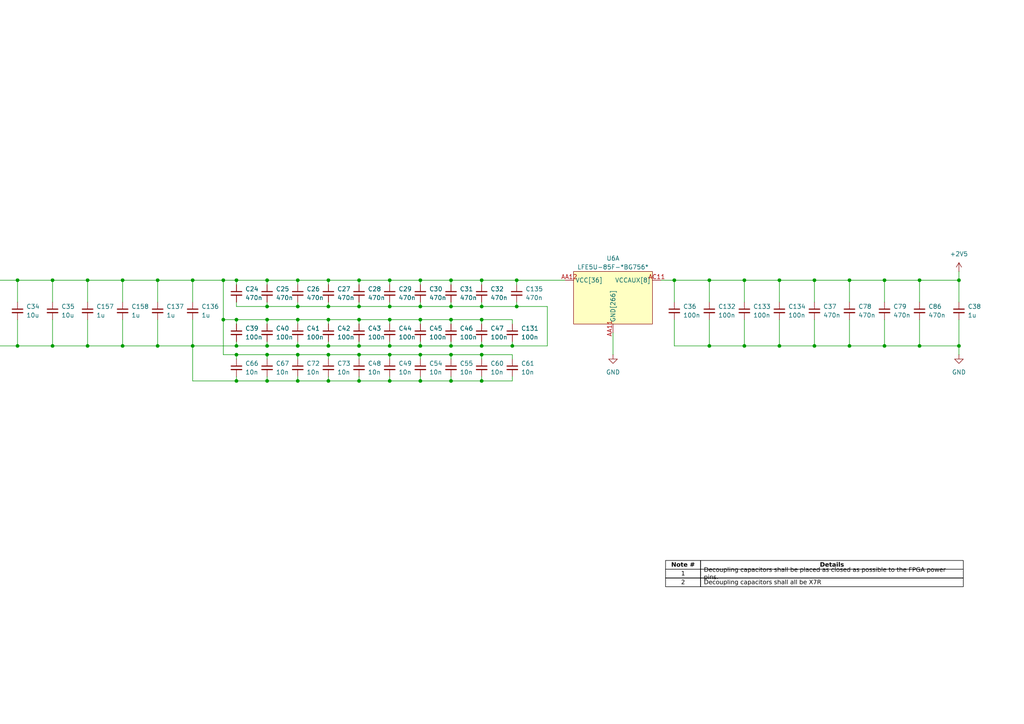
<source format=kicad_sch>
(kicad_sch (version 20250114) (generator "eeschema") (generator_version "9.0")
  (paper "A4")
  (title_block (title "${Project Designation}") (date "2024-06-30") (rev "${Revision}") (comment 1 "${Project Title}") (comment 2 "FPGA Power") (comment 3 "${Part Number}"))
  (lib_symbols
    (symbol "Device:C_Small" (pin_numbers (hide yes)) (pin_names (offset 0.254) (hide yes))
      (property "Reference" "C" (at 0.254 1.778 0))
      (property "Value" "C_Small" (at 0.254 -2.032 0))
      (symbol "C_Small_1_1"
        (pin passive line (at 0 2.54 270) (length 2.032) (name "~") (number "1"))
        (pin passive line (at 0 -2.54 90) (length 2.032) (name "~") (number "2"))
      )
    )
    (symbol "ECAP5-BSOM:LFE5U-85F-*BG756*"
      (property "Reference" "U" (at -1.016 3.81 0))
      (property "Value" "LFE5U-85F-*BG756*" (at 1.27 0 0))
      (symbol "LFE5U-85F-*BG756*_1_0"
        (pin power_in line (at -5.08 0 0) (length 2.54) (name "VCC[36]") (number "AA12"))
        (pin passive line (at -5.08 0 0) (length 2.54) (hide yes) (name "VCC") (number "AA13"))
        (pin passive line (at -5.08 0 0) (length 2.54) (hide yes) (name "VCC") (number "AA14"))
        (pin passive line (at -5.08 0 0) (length 2.54) (hide yes) (name "VCC") (number "AA15"))
        (pin passive line (at -5.08 0 0) (length 2.54) (hide yes) (name "VCC") (number "AA16"))
        (pin passive line (at -5.08 0 0) (length 2.54) (hide yes) (name "VCC") (number "AA17"))
        (pin passive line (at -5.08 0 0) (length 2.54) (hide yes) (name "VCC") (number "AA18"))
        (pin passive line (at -5.08 0 0) (length 2.54) (hide yes) (name "VCC") (number "AA19"))
        (pin passive line (at -5.08 0 0) (length 2.54) (hide yes) (name "VCC") (number "AA20"))
        (pin passive line (at -5.08 0 0) (length 2.54) (hide yes) (name "VCC") (number "AA21"))
        (pin passive line (at -5.08 0 0) (length 2.54) (hide yes) (name "VCC") (number "M12"))
        (pin passive line (at -5.08 0 0) (length 2.54) (hide yes) (name "VCC") (number "M13"))
        (pin passive line (at -5.08 0 0) (length 2.54) (hide yes) (name "VCC") (number "M14"))
        (pin passive line (at -5.08 0 0) (length 2.54) (hide yes) (name "VCC") (number "M15"))
        (pin passive line (at -5.08 0 0) (length 2.54) (hide yes) (name "VCC") (number "M16"))
        (pin passive line (at -5.08 0 0) (length 2.54) (hide yes) (name "VCC") (number "M17"))
        (pin passive line (at -5.08 0 0) (length 2.54) (hide yes) (name "VCC") (number "M18"))
        (pin passive line (at -5.08 0 0) (length 2.54) (hide yes) (name "VCC") (number "M19"))
        (pin passive line (at -5.08 0 0) (length 2.54) (hide yes) (name "VCC") (number "M20"))
        (pin passive line (at -5.08 0 0) (length 2.54) (hide yes) (name "VCC") (number "M21"))
        (pin passive line (at -5.08 0 0) (length 2.54) (hide yes) (name "VCC") (number "N12"))
        (pin passive line (at -5.08 0 0) (length 2.54) (hide yes) (name "VCC") (number "N21"))
        (pin passive line (at -5.08 0 0) (length 2.54) (hide yes) (name "VCC") (number "P12"))
        (pin passive line (at -5.08 0 0) (length 2.54) (hide yes) (name "VCC") (number "P21"))
        (pin passive line (at -5.08 0 0) (length 2.54) (hide yes) (name "VCC") (number "R12"))
        (pin passive line (at -5.08 0 0) (length 2.54) (hide yes) (name "VCC") (number "R21"))
        (pin passive line (at -5.08 0 0) (length 2.54) (hide yes) (name "VCC") (number "T12"))
        (pin passive line (at -5.08 0 0) (length 2.54) (hide yes) (name "VCC") (number "T21"))
        (pin passive line (at -5.08 0 0) (length 2.54) (hide yes) (name "VCC") (number "U12"))
        (pin passive line (at -5.08 0 0) (length 2.54) (hide yes) (name "VCC") (number "U21"))
        (pin passive line (at -5.08 0 0) (length 2.54) (hide yes) (name "VCC") (number "V12"))
        (pin passive line (at -5.08 0 0) (length 2.54) (hide yes) (name "VCC") (number "V21"))
        (pin passive line (at -5.08 0 0) (length 2.54) (hide yes) (name "VCC") (number "W12"))
        (pin passive line (at -5.08 0 0) (length 2.54) (hide yes) (name "VCC") (number "W21"))
        (pin passive line (at -5.08 0 0) (length 2.54) (hide yes) (name "VCC") (number "Y12"))
        (pin passive line (at -5.08 0 0) (length 2.54) (hide yes) (name "VCC") (number "Y21"))
        (pin power_in line (at 8.89 -15.24 90) (length 2.54) (name "GND[266]") (number "AA11"))
        (pin passive line (at 8.89 -15.24 90) (length 2.54) (hide yes) (name "GND") (number "AA22"))
        (pin passive line (at 8.89 -15.24 90) (length 2.54) (hide yes) (name "GND") (number "AB11"))
        (pin passive line (at 8.89 -15.24 90) (length 2.54) (hide yes) (name "GND") (number "AB12"))
        (pin passive line (at 8.89 -15.24 90) (length 2.54) (hide yes) (name "GND") (number "AB13"))
        (pin passive line (at 8.89 -15.24 90) (length 2.54) (hide yes) (name "GND") (number "AB14"))
        (pin passive line (at 8.89 -15.24 90) (length 2.54) (hide yes) (name "GND") (number "AB15"))
        (pin passive line (at 8.89 -15.24 90) (length 2.54) (hide yes) (name "GND") (number "AB16"))
        (pin passive line (at 8.89 -15.24 90) (length 2.54) (hide yes) (name "GND") (number "AB17"))
        (pin passive line (at 8.89 -15.24 90) (length 2.54) (hide yes) (name "GND") (number "AB18"))
        (pin passive line (at 8.89 -15.24 90) (length 2.54) (hide yes) (name "GND") (number "AB19"))
        (pin passive line (at 8.89 -15.24 90) (length 2.54) (hide yes) (name "GND") (number "AB20"))
        (pin passive line (at 8.89 -15.24 90) (length 2.54) (hide yes) (name "GND") (number "AB21"))
        (pin passive line (at 8.89 -15.24 90) (length 2.54) (hide yes) (name "GND") (number "AB22"))
        (pin passive line (at 8.89 -15.24 90) (length 2.54) (hide yes) (name "GND") (number "AC12"))
        (pin passive line (at 8.89 -15.24 90) (length 2.54) (hide yes) (name "GND") (number "AC13"))
        (pin passive line (at 8.89 -15.24 90) (length 2.54) (hide yes) (name "GND") (number "AC14"))
        (pin passive line (at 8.89 -15.24 90) (length 2.54) (hide yes) (name "GND") (number "AC15"))
        (pin passive line (at 8.89 -15.24 90) (length 2.54) (hide yes) (name "GND") (number "AC16"))
        (pin passive line (at 8.89 -15.24 90) (length 2.54) (hide yes) (name "GND") (number "AC17"))
        (pin passive line (at 8.89 -15.24 90) (length 2.54) (hide yes) (name "GND") (number "AC18"))
        (pin passive line (at 8.89 -15.24 90) (length 2.54) (hide yes) (name "GND") (number "AC19"))
        (pin passive line (at 8.89 -15.24 90) (length 2.54) (hide yes) (name "GND") (number "AC20"))
        (pin passive line (at 8.89 -15.24 90) (length 2.54) (hide yes) (name "GND") (number "AC21"))
        (pin passive line (at 8.89 -15.24 90) (length 2.54) (hide yes) (name "GND") (number "AD2"))
        (pin passive line (at 8.89 -15.24 90) (length 2.54) (hide yes) (name "GND") (number "AD28"))
        (pin passive line (at 8.89 -15.24 90) (length 2.54) (hide yes) (name "GND") (number "AD31"))
        (pin passive line (at 8.89 -15.24 90) (length 2.54) (hide yes) (name "GND") (number "AD5"))
        (pin passive line (at 8.89 -15.24 90) (length 2.54) (hide yes) (name "GND") (number "AF11"))
        (pin passive line (at 8.89 -15.24 90) (length 2.54) (hide yes) (name "GND") (number "AF12"))
        (pin passive line (at 8.89 -15.24 90) (length 2.54) (hide yes) (name "GND") (number "AF14"))
        (pin passive line (at 8.89 -15.24 90) (length 2.54) (hide yes) (name "GND") (number "AF15"))
        (pin passive line (at 8.89 -15.24 90) (length 2.54) (hide yes) (name "GND") (number "AF16"))
        (pin passive line (at 8.89 -15.24 90) (length 2.54) (hide yes) (name "GND") (number "AF17"))
        (pin passive line (at 8.89 -15.24 90) (length 2.54) (hide yes) (name "GND") (number "AF19"))
        (pin passive line (at 8.89 -15.24 90) (length 2.54) (hide yes) (name "GND") (number "AF20"))
        (pin passive line (at 8.89 -15.24 90) (length 2.54) (hide yes) (name "GND") (number "AF22"))
        (pin passive line (at 8.89 -15.24 90) (length 2.54) (hide yes) (name "GND") (number "AF23"))
        (pin passive line (at 8.89 -15.24 90) (length 2.54) (hide yes) (name "GND") (number "AG11"))
        (pin passive line (at 8.89 -15.24 90) (length 2.54) (hide yes) (name "GND") (number "AG12"))
        (pin passive line (at 8.89 -15.24 90) (length 2.54) (hide yes) (name "GND") (number "AG14"))
        (pin passive line (at 8.89 -15.24 90) (length 2.54) (hide yes) (name "GND") (number "AG15"))
        (pin passive line (at 8.89 -15.24 90) (length 2.54) (hide yes) (name "GND") (number "AG16"))
        (pin passive line (at 8.89 -15.24 90) (length 2.54) (hide yes) (name "GND") (number "AG17"))
        (pin passive line (at 8.89 -15.24 90) (length 2.54) (hide yes) (name "GND") (number "AG19"))
        (pin passive line (at 8.89 -15.24 90) (length 2.54) (hide yes) (name "GND") (number "AG20"))
        (pin passive line (at 8.89 -15.24 90) (length 2.54) (hide yes) (name "GND") (number "AG22"))
        (pin passive line (at 8.89 -15.24 90) (length 2.54) (hide yes) (name "GND") (number "AG23"))
        (pin passive line (at 8.89 -15.24 90) (length 2.54) (hide yes) (name "GND") (number "AG9"))
        (pin passive line (at 8.89 -15.24 90) (length 2.54) (hide yes) (name "GND") (number "AH11"))
        (pin passive line (at 8.89 -15.24 90) (length 2.54) (hide yes) (name "GND") (number "AH12"))
        (pin passive line (at 8.89 -15.24 90) (length 2.54) (hide yes) (name "GND") (number "AH14"))
        (pin passive line (at 8.89 -15.24 90) (length 2.54) (hide yes) (name "GND") (number "AH15"))
        (pin passive line (at 8.89 -15.24 90) (length 2.54) (hide yes) (name "GND") (number "AH16"))
        (pin passive line (at 8.89 -15.24 90) (length 2.54) (hide yes) (name "GND") (number "AH17"))
        (pin passive line (at 8.89 -15.24 90) (length 2.54) (hide yes) (name "GND") (number "AH19"))
        (pin passive line (at 8.89 -15.24 90) (length 2.54) (hide yes) (name "GND") (number "AH2"))
        (pin passive line (at 8.89 -15.24 90) (length 2.54) (hide yes) (name "GND") (number "AH20"))
        (pin passive line (at 8.89 -15.24 90) (length 2.54) (hide yes) (name "GND") (number "AH22"))
        (pin passive line (at 8.89 -15.24 90) (length 2.54) (hide yes) (name "GND") (number "AH23"))
        (pin passive line (at 8.89 -15.24 90) (length 2.54) (hide yes) (name "GND") (number "AH24"))
        (pin passive line (at 8.89 -15.24 90) (length 2.54) (hide yes) (name "GND") (number "AH25"))
        (pin passive line (at 8.89 -15.24 90) (length 2.54) (hide yes) (name "GND") (number "AH26"))
        (pin passive line (at 8.89 -15.24 90) (length 2.54) (hide yes) (name "GND") (number "AH29"))
        (pin passive line (at 8.89 -15.24 90) (length 2.54) (hide yes) (name "GND") (number "AH31"))
        (pin passive line (at 8.89 -15.24 90) (length 2.54) (hide yes) (name "GND") (number "AH5"))
        (pin passive line (at 8.89 -15.24 90) (length 2.54) (hide yes) (name "GND") (number "AH7"))
        (pin passive line (at 8.89 -15.24 90) (length 2.54) (hide yes) (name "GND") (number "AH8"))
        (pin passive line (at 8.89 -15.24 90) (length 2.54) (hide yes) (name "GND") (number "AH9"))
        (pin passive line (at 8.89 -15.24 90) (length 2.54) (hide yes) (name "GND") (number "AJ10"))
        (pin passive line (at 8.89 -15.24 90) (length 2.54) (hide yes) (name "GND") (number "AJ11"))
        (pin passive line (at 8.89 -15.24 90) (length 2.54) (hide yes) (name "GND") (number "AJ12"))
        (pin passive line (at 8.89 -15.24 90) (length 2.54) (hide yes) (name "GND") (number "AJ13"))
        (pin passive line (at 8.89 -15.24 90) (length 2.54) (hide yes) (name "GND") (number "AJ14"))
        (pin passive line (at 8.89 -15.24 90) (length 2.54) (hide yes) (name "GND") (number "AJ15"))
        (pin passive line (at 8.89 -15.24 90) (length 2.54) (hide yes) (name "GND") (number "AJ16"))
        (pin passive line (at 8.89 -15.24 90) (length 2.54) (hide yes) (name "GND") (number "AJ17"))
        (pin passive line (at 8.89 -15.24 90) (length 2.54) (hide yes) (name "GND") (number "AJ18"))
        (pin passive line (at 8.89 -15.24 90) (length 2.54) (hide yes) (name "GND") (number "AJ19"))
        (pin passive line (at 8.89 -15.24 90) (length 2.54) (hide yes) (name "GND") (number "AJ20"))
        (pin passive line (at 8.89 -15.24 90) (length 2.54) (hide yes) (name "GND") (number "AJ21"))
        (pin passive line (at 8.89 -15.24 90) (length 2.54) (hide yes) (name "GND") (number "AJ22"))
        (pin passive line (at 8.89 -15.24 90) (length 2.54) (hide yes) (name "GND") (number "AJ23"))
        (pin passive line (at 8.89 -15.24 90) (length 2.54) (hide yes) (name "GND") (number "AJ24"))
        (pin passive line (at 8.89 -15.24 90) (length 2.54) (hide yes) (name "GND") (number "AJ25"))
        (pin passive line (at 8.89 -15.24 90) (length 2.54) (hide yes) (name "GND") (number "AJ26"))
        (pin passive line (at 8.89 -15.24 90) (length 2.54) (hide yes) (name "GND") (number "AJ7"))
        (pin passive line (at 8.89 -15.24 90) (length 2.54) (hide yes) (name "GND") (number "AJ8"))
        (pin passive line (at 8.89 -15.24 90) (length 2.54) (hide yes) (name "GND") (number "AJ9"))
        (pin passive line (at 8.89 -15.24 90) (length 2.54) (hide yes) (name "GND") (number "AK11"))
        (pin passive line (at 8.89 -15.24 90) (length 2.54) (hide yes) (name "GND") (number "AK14"))
        (pin passive line (at 8.89 -15.24 90) (length 2.54) (hide yes) (name "GND") (number "AK17"))
        (pin passive line (at 8.89 -15.24 90) (length 2.54) (hide yes) (name "GND") (number "AK20"))
        (pin passive line (at 8.89 -15.24 90) (length 2.54) (hide yes) (name "GND") (number "AK23"))
        (pin passive line (at 8.89 -15.24 90) (length 2.54) (hide yes) (name "GND") (number "AK26"))
        (pin passive line (at 8.89 -15.24 90) (length 2.54) (hide yes) (name "GND") (number "AK7"))
        (pin passive line (at 8.89 -15.24 90) (length 2.54) (hide yes) (name "GND") (number "AK8"))
        (pin passive line (at 8.89 -15.24 90) (length 2.54) (hide yes) (name "GND") (number "AL11"))
        (pin passive line (at 8.89 -15.24 90) (length 2.54) (hide yes) (name "GND") (number "AL12"))
        (pin passive line (at 8.89 -15.24 90) (length 2.54) (hide yes) (name "GND") (number "AL14"))
        (pin passive line (at 8.89 -15.24 90) (length 2.54) (hide yes) (name "GND") (number "AL15"))
        (pin passive line (at 8.89 -15.24 90) (length 2.54) (hide yes) (name "GND") (number "AL17"))
        (pin passive line (at 8.89 -15.24 90) (length 2.54) (hide yes) (name "GND") (number "AL18"))
        (pin passive line (at 8.89 -15.24 90) (length 2.54) (hide yes) (name "GND") (number "AL2"))
        (pin passive line (at 8.89 -15.24 90) (length 2.54) (hide yes) (name "GND") (number "AL20"))
        (pin passive line (at 8.89 -15.24 90) (length 2.54) (hide yes) (name "GND") (number "AL21"))
        (pin passive line (at 8.89 -15.24 90) (length 2.54) (hide yes) (name "GND") (number "AL23"))
        (pin passive line (at 8.89 -15.24 90) (length 2.54) (hide yes) (name "GND") (number "AL24"))
        (pin passive line (at 8.89 -15.24 90) (length 2.54) (hide yes) (name "GND") (number "AL26"))
        (pin passive line (at 8.89 -15.24 90) (length 2.54) (hide yes) (name "GND") (number "AL29"))
        (pin passive line (at 8.89 -15.24 90) (length 2.54) (hide yes) (name "GND") (number "AL31"))
        (pin passive line (at 8.89 -15.24 90) (length 2.54) (hide yes) (name "GND") (number "AL5"))
        (pin passive line (at 8.89 -15.24 90) (length 2.54) (hide yes) (name "GND") (number "AL7"))
        (pin passive line (at 8.89 -15.24 90) (length 2.54) (hide yes) (name "GND") (number "AL8"))
        (pin passive line (at 8.89 -15.24 90) (length 2.54) (hide yes) (name "GND") (number "AL9"))
        (pin passive line (at 8.89 -15.24 90) (length 2.54) (hide yes) (name "GND") (number "AM11"))
        (pin passive line (at 8.89 -15.24 90) (length 2.54) (hide yes) (name "GND") (number "AM12"))
        (pin passive line (at 8.89 -15.24 90) (length 2.54) (hide yes) (name "GND") (number "AM14"))
        (pin passive line (at 8.89 -15.24 90) (length 2.54) (hide yes) (name "GND") (number "AM15"))
        (pin passive line (at 8.89 -15.24 90) (length 2.54) (hide yes) (name "GND") (number "AM17"))
        (pin passive line (at 8.89 -15.24 90) (length 2.54) (hide yes) (name "GND") (number "AM18"))
        (pin passive line (at 8.89 -15.24 90) (length 2.54) (hide yes) (name "GND") (number "AM20"))
        (pin passive line (at 8.89 -15.24 90) (length 2.54) (hide yes) (name "GND") (number "AM21"))
        (pin passive line (at 8.89 -15.24 90) (length 2.54) (hide yes) (name "GND") (number "AM23"))
        (pin passive line (at 8.89 -15.24 90) (length 2.54) (hide yes) (name "GND") (number "AM24"))
        (pin passive line (at 8.89 -15.24 90) (length 2.54) (hide yes) (name "GND") (number "AM26"))
        (pin passive line (at 8.89 -15.24 90) (length 2.54) (hide yes) (name "GND") (number "AM7"))
        (pin passive line (at 8.89 -15.24 90) (length 2.54) (hide yes) (name "GND") (number "AM8"))
        (pin passive line (at 8.89 -15.24 90) (length 2.54) (hide yes) (name "GND") (number "AM9"))
        (pin passive line (at 8.89 -15.24 90) (length 2.54) (hide yes) (name "GND") (number "B13"))
        (pin passive line (at 8.89 -15.24 90) (length 2.54) (hide yes) (name "GND") (number "B15"))
        (pin passive line (at 8.89 -15.24 90) (length 2.54) (hide yes) (name "GND") (number "B18"))
        (pin passive line (at 8.89 -15.24 90) (length 2.54) (hide yes) (name "GND") (number "B2"))
        (pin passive line (at 8.89 -15.24 90) (length 2.54) (hide yes) (name "GND") (number "B20"))
        (pin passive line (at 8.89 -15.24 90) (length 2.54) (hide yes) (name "GND") (number "B24"))
        (pin passive line (at 8.89 -15.24 90) (length 2.54) (hide yes) (name "GND") (number "B28"))
        (pin passive line (at 8.89 -15.24 90) (length 2.54) (hide yes) (name "GND") (number "B31"))
        (pin passive line (at 8.89 -15.24 90) (length 2.54) (hide yes) (name "GND") (number "B5"))
        (pin passive line (at 8.89 -15.24 90) (length 2.54) (hide yes) (name "GND") (number "B9"))
        (pin passive line (at 8.89 -15.24 90) (length 2.54) (hide yes) (name "GND") (number "E13"))
        (pin passive line (at 8.89 -15.24 90) (length 2.54) (hide yes) (name "GND") (number "E15"))
        (pin passive line (at 8.89 -15.24 90) (length 2.54) (hide yes) (name "GND") (number "E18"))
        (pin passive line (at 8.89 -15.24 90) (length 2.54) (hide yes) (name "GND") (number "E2"))
        (pin passive line (at 8.89 -15.24 90) (length 2.54) (hide yes) (name "GND") (number "E20"))
        (pin passive line (at 8.89 -15.24 90) (length 2.54) (hide yes) (name "GND") (number "E24"))
        (pin passive line (at 8.89 -15.24 90) (length 2.54) (hide yes) (name "GND") (number "E28"))
        (pin passive line (at 8.89 -15.24 90) (length 2.54) (hide yes) (name "GND") (number "E31"))
        (pin passive line (at 8.89 -15.24 90) (length 2.54) (hide yes) (name "GND") (number "E5"))
        (pin passive line (at 8.89 -15.24 90) (length 2.54) (hide yes) (name "GND") (number "E9"))
        (pin passive line (at 8.89 -15.24 90) (length 2.54) (hide yes) (name "GND") (number "J2"))
        (pin passive line (at 8.89 -15.24 90) (length 2.54) (hide yes) (name "GND") (number "J28"))
        (pin passive line (at 8.89 -15.24 90) (length 2.54) (hide yes) (name "GND") (number "J31"))
        (pin passive line (at 8.89 -15.24 90) (length 2.54) (hide yes) (name "GND") (number "J5"))
        (pin passive line (at 8.89 -15.24 90) (length 2.54) (hide yes) (name "GND") (number "K10"))
        (pin passive line (at 8.89 -15.24 90) (length 2.54) (hide yes) (name "GND") (number "K11"))
        (pin passive line (at 8.89 -15.24 90) (length 2.54) (hide yes) (name "GND") (number "K22"))
        (pin passive line (at 8.89 -15.24 90) (length 2.54) (hide yes) (name "GND") (number "K23"))
        (pin passive line (at 8.89 -15.24 90) (length 2.54) (hide yes) (name "GND") (number "L10"))
        (pin passive line (at 8.89 -15.24 90) (length 2.54) (hide yes) (name "GND") (number "L11"))
        (pin passive line (at 8.89 -15.24 90) (length 2.54) (hide yes) (name "GND") (number "L12"))
        (pin passive line (at 8.89 -15.24 90) (length 2.54) (hide yes) (name "GND") (number "L13"))
        (pin passive line (at 8.89 -15.24 90) (length 2.54) (hide yes) (name "GND") (number "L14"))
        (pin passive line (at 8.89 -15.24 90) (length 2.54) (hide yes) (name "GND") (number "L15"))
        (pin passive line (at 8.89 -15.24 90) (length 2.54) (hide yes) (name "GND") (number "L16"))
        (pin passive line (at 8.89 -15.24 90) (length 2.54) (hide yes) (name "GND") (number "L17"))
        (pin passive line (at 8.89 -15.24 90) (length 2.54) (hide yes) (name "GND") (number "L18"))
        (pin passive line (at 8.89 -15.24 90) (length 2.54) (hide yes) (name "GND") (number "L19"))
        (pin passive line (at 8.89 -15.24 90) (length 2.54) (hide yes) (name "GND") (number "L20"))
        (pin passive line (at 8.89 -15.24 90) (length 2.54) (hide yes) (name "GND") (number "L21"))
        (pin passive line (at 8.89 -15.24 90) (length 2.54) (hide yes) (name "GND") (number "L22"))
        (pin passive line (at 8.89 -15.24 90) (length 2.54) (hide yes) (name "GND") (number "L23"))
        (pin passive line (at 8.89 -15.24 90) (length 2.54) (hide yes) (name "GND") (number "M11"))
        (pin passive line (at 8.89 -15.24 90) (length 2.54) (hide yes) (name "GND") (number "M22"))
        (pin passive line (at 8.89 -15.24 90) (length 2.54) (hide yes) (name "GND") (number "N11"))
        (pin passive line (at 8.89 -15.24 90) (length 2.54) (hide yes) (name "GND") (number "N13"))
        (pin passive line (at 8.89 -15.24 90) (length 2.54) (hide yes) (name "GND") (number "N14"))
        (pin passive line (at 8.89 -15.24 90) (length 2.54) (hide yes) (name "GND") (number "N15"))
        (pin passive line (at 8.89 -15.24 90) (length 2.54) (hide yes) (name "GND") (number "N16"))
        (pin passive line (at 8.89 -15.24 90) (length 2.54) (hide yes) (name "GND") (number "N17"))
        (pin passive line (at 8.89 -15.24 90) (length 2.54) (hide yes) (name "GND") (number "N18"))
        (pin passive line (at 8.89 -15.24 90) (length 2.54) (hide yes) (name "GND") (number "N19"))
        (pin passive line (at 8.89 -15.24 90) (length 2.54) (hide yes) (name "GND") (number "N2"))
        (pin passive line (at 8.89 -15.24 90) (length 2.54) (hide yes) (name "GND") (number "N20"))
        (pin passive line (at 8.89 -15.24 90) (length 2.54) (hide yes) (name "GND") (number "N22"))
        (pin passive line (at 8.89 -15.24 90) (length 2.54) (hide yes) (name "GND") (number "N28"))
        (pin passive line (at 8.89 -15.24 90) (length 2.54) (hide yes) (name "GND") (number "N31"))
        (pin passive line (at 8.89 -15.24 90) (length 2.54) (hide yes) (name "GND") (number "N5"))
        (pin passive line (at 8.89 -15.24 90) (length 2.54) (hide yes) (name "GND") (number "P11"))
        (pin passive line (at 8.89 -15.24 90) (length 2.54) (hide yes) (name "GND") (number "P13"))
        (pin passive line (at 8.89 -15.24 90) (length 2.54) (hide yes) (name "GND") (number "P14"))
        (pin passive line (at 8.89 -15.24 90) (length 2.54) (hide yes) (name "GND") (number "P15"))
        (pin passive line (at 8.89 -15.24 90) (length 2.54) (hide yes) (name "GND") (number "P16"))
        (pin passive line (at 8.89 -15.24 90) (length 2.54) (hide yes) (name "GND") (number "P17"))
        (pin passive line (at 8.89 -15.24 90) (length 2.54) (hide yes) (name "GND") (number "P18"))
        (pin passive line (at 8.89 -15.24 90) (length 2.54) (hide yes) (name "GND") (number "P19"))
        (pin passive line (at 8.89 -15.24 90) (length 2.54) (hide yes) (name "GND") (number "P20"))
        (pin passive line (at 8.89 -15.24 90) (length 2.54) (hide yes) (name "GND") (number "P22"))
        (pin passive line (at 8.89 -15.24 90) (length 2.54) (hide yes) (name "GND") (number "R11"))
        (pin passive line (at 8.89 -15.24 90) (length 2.54) (hide yes) (name "GND") (number "R13"))
        (pin passive line (at 8.89 -15.24 90) (length 2.54) (hide yes) (name "GND") (number "R14"))
        (pin passive line (at 8.89 -15.24 90) (length 2.54) (hide yes) (name "GND") (number "R15"))
        (pin passive line (at 8.89 -15.24 90) (length 2.54) (hide yes) (name "GND") (number "R16"))
        (pin passive line (at 8.89 -15.24 90) (length 2.54) (hide yes) (name "GND") (number "R17"))
        (pin passive line (at 8.89 -15.24 90) (length 2.54) (hide yes) (name "GND") (number "R18"))
        (pin passive line (at 8.89 -15.24 90) (length 2.54) (hide yes) (name "GND") (number "R19"))
        (pin passive line (at 8.89 -15.24 90) (length 2.54) (hide yes) (name "GND") (number "R2"))
        (pin passive line (at 8.89 -15.24 90) (length 2.54) (hide yes) (name "GND") (number "R20"))
        (pin passive line (at 8.89 -15.24 90) (length 2.54) (hide yes) (name "GND") (number "R22"))
        (pin passive line (at 8.89 -15.24 90) (length 2.54) (hide yes) (name "GND") (number "R28"))
        (pin passive line (at 8.89 -15.24 90) (length 2.54) (hide yes) (name "GND") (number "R31"))
        (pin passive line (at 8.89 -15.24 90) (length 2.54) (hide yes) (name "GND") (number "R5"))
        (pin passive line (at 8.89 -15.24 90) (length 2.54) (hide yes) (name "GND") (number "T11"))
        (pin passive line (at 8.89 -15.24 90) (length 2.54) (hide yes) (name "GND") (number "T13"))
        (pin passive line (at 8.89 -15.24 90) (length 2.54) (hide yes) (name "GND") (number "T14"))
        (pin passive line (at 8.89 -15.24 90) (length 2.54) (hide yes) (name "GND") (number "T15"))
        (pin passive line (at 8.89 -15.24 90) (length 2.54) (hide yes) (name "GND") (number "T16"))
        (pin passive line (at 8.89 -15.24 90) (length 2.54) (hide yes) (name "GND") (number "T17"))
        (pin passive line (at 8.89 -15.24 90) (length 2.54) (hide yes) (name "GND") (number "T18"))
        (pin passive line (at 8.89 -15.24 90) (length 2.54) (hide yes) (name "GND") (number "T19"))
        (pin passive line (at 8.89 -15.24 90) (length 2.54) (hide yes) (name "GND") (number "T20"))
        (pin passive line (at 8.89 -15.24 90) (length 2.54) (hide yes) (name "GND") (number "T22"))
        (pin passive line (at 8.89 -15.24 90) (length 2.54) (hide yes) (name "GND") (number "U11"))
        (pin passive line (at 8.89 -15.24 90) (length 2.54) (hide yes) (name "GND") (number "U13"))
        (pin passive line (at 8.89 -15.24 90) (length 2.54) (hide yes) (name "GND") (number "U14"))
        (pin passive line (at 8.89 -15.24 90) (length 2.54) (hide yes) (name "GND") (number "U15"))
        (pin passive line (at 8.89 -15.24 90) (length 2.54) (hide yes) (name "GND") (number "U16"))
        (pin passive line (at 8.89 -15.24 90) (length 2.54) (hide yes) (name "GND") (number "U17"))
        (pin passive line (at 8.89 -15.24 90) (length 2.54) (hide yes) (name "GND") (number "U18"))
        (pin passive line (at 8.89 -15.24 90) (length 2.54) (hide yes) (name "GND") (number "U19"))
        (pin passive line (at 8.89 -15.24 90) (length 2.54) (hide yes) (name "GND") (number "U20"))
        (pin passive line (at 8.89 -15.24 90) (length 2.54) (hide yes) (name "GND") (number "U22"))
        (pin passive line (at 8.89 -15.24 90) (length 2.54) (hide yes) (name "GND") (number "V11"))
        (pin passive line (at 8.89 -15.24 90) (length 2.54) (hide yes) (name "GND") (number "V13"))
        (pin passive line (at 8.89 -15.24 90) (length 2.54) (hide yes) (name "GND") (number "V14"))
        (pin passive line (at 8.89 -15.24 90) (length 2.54) (hide yes) (name "GND") (number "V15"))
        (pin passive line (at 8.89 -15.24 90) (length 2.54) (hide yes) (name "GND") (number "V16"))
        (pin passive line (at 8.89 -15.24 90) (length 2.54) (hide yes) (name "GND") (number "V17"))
        (pin passive line (at 8.89 -15.24 90) (length 2.54) (hide yes) (name "GND") (number "V18"))
        (pin passive line (at 8.89 -15.24 90) (length 2.54) (hide yes) (name "GND") (number "V19"))
        (pin passive line (at 8.89 -15.24 90) (length 2.54) (hide yes) (name "GND") (number "V2"))
        (pin passive line (at 8.89 -15.24 90) (length 2.54) (hide yes) (name "GND") (number "V20"))
        (pin passive line (at 8.89 -15.24 90) (length 2.54) (hide yes) (name "GND") (number "V22"))
        (pin passive line (at 8.89 -15.24 90) (length 2.54) (hide yes) (name "GND") (number "V28"))
        (pin passive line (at 8.89 -15.24 90) (length 2.54) (hide yes) (name "GND") (number "V31"))
        (pin passive line (at 8.89 -15.24 90) (length 2.54) (hide yes) (name "GND") (number "V5"))
        (pin passive line (at 8.89 -15.24 90) (length 2.54) (hide yes) (name "GND") (number "W11"))
        (pin passive line (at 8.89 -15.24 90) (length 2.54) (hide yes) (name "GND") (number "W13"))
        (pin passive line (at 8.89 -15.24 90) (length 2.54) (hide yes) (name "GND") (number "W14"))
        (pin passive line (at 8.89 -15.24 90) (length 2.54) (hide yes) (name "GND") (number "W15"))
        (pin passive line (at 8.89 -15.24 90) (length 2.54) (hide yes) (name "GND") (number "W16"))
        (pin passive line (at 8.89 -15.24 90) (length 2.54) (hide yes) (name "GND") (number "W17"))
        (pin passive line (at 8.89 -15.24 90) (length 2.54) (hide yes) (name "GND") (number "W18"))
        (pin passive line (at 8.89 -15.24 90) (length 2.54) (hide yes) (name "GND") (number "W19"))
        (pin passive line (at 8.89 -15.24 90) (length 2.54) (hide yes) (name "GND") (number "W20"))
        (pin passive line (at 8.89 -15.24 90) (length 2.54) (hide yes) (name "GND") (number "W22"))
        (pin passive line (at 8.89 -15.24 90) (length 2.54) (hide yes) (name "GND") (number "Y11"))
        (pin passive line (at 8.89 -15.24 90) (length 2.54) (hide yes) (name "GND") (number "Y13"))
        (pin passive line (at 8.89 -15.24 90) (length 2.54) (hide yes) (name "GND") (number "Y14"))
        (pin passive line (at 8.89 -15.24 90) (length 2.54) (hide yes) (name "GND") (number "Y15"))
        (pin passive line (at 8.89 -15.24 90) (length 2.54) (hide yes) (name "GND") (number "Y16"))
        (pin passive line (at 8.89 -15.24 90) (length 2.54) (hide yes) (name "GND") (number "Y17"))
        (pin passive line (at 8.89 -15.24 90) (length 2.54) (hide yes) (name "GND") (number "Y18"))
        (pin passive line (at 8.89 -15.24 90) (length 2.54) (hide yes) (name "GND") (number "Y19"))
        (pin passive line (at 8.89 -15.24 90) (length 2.54) (hide yes) (name "GND") (number "Y2"))
        (pin passive line (at 8.89 -15.24 90) (length 2.54) (hide yes) (name "GND") (number "Y20"))
        (pin passive line (at 8.89 -15.24 90) (length 2.54) (hide yes) (name "GND") (number "Y22"))
        (pin passive line (at 8.89 -15.24 90) (length 2.54) (hide yes) (name "GND") (number "Y31"))
        (pin no_connect line (at 15.24 -15.24 90) (length 2.54) (hide yes) (name "RESERVED") (number "AK10"))
        (pin no_connect line (at 15.24 -15.24 90) (length 2.54) (hide yes) (name "RESERVED") (number "AK12"))
        (pin no_connect line (at 15.24 -15.24 90) (length 2.54) (hide yes) (name "RESERVED") (number "AK13"))
        (pin no_connect line (at 15.24 -15.24 90) (length 2.54) (hide yes) (name "RESERVED") (number "AK15"))
        (pin no_connect line (at 15.24 -15.24 90) (length 2.54) (hide yes) (name "RESERVED") (number "AK16"))
        (pin no_connect line (at 15.24 -15.24 90) (length 2.54) (hide yes) (name "RESERVED") (number "AK18"))
        (pin no_connect line (at 15.24 -15.24 90) (length 2.54) (hide yes) (name "RESERVED") (number "AK19"))
        (pin no_connect line (at 15.24 -15.24 90) (length 2.54) (hide yes) (name "RESERVED") (number "AK21"))
        (pin no_connect line (at 15.24 -15.24 90) (length 2.54) (hide yes) (name "RESERVED") (number "AK22"))
        (pin no_connect line (at 15.24 -15.24 90) (length 2.54) (hide yes) (name "RESERVED") (number "AK24"))
        (pin no_connect line (at 15.24 -15.24 90) (length 2.54) (hide yes) (name "RESERVED") (number "AK25"))
        (pin no_connect line (at 15.24 -15.24 90) (length 2.54) (hide yes) (name "RESERVED") (number "AK9"))
        (pin no_connect line (at 17.78 -15.24 90) (length 2.54) (hide yes) (name "NC") (number "AC29"))
        (pin no_connect line (at 17.78 -15.24 90) (length 2.54) (hide yes) (name "NC") (number "AC4"))
        (pin no_connect line (at 17.78 -15.24 90) (length 2.54) (hide yes) (name "NC") (number "AE26"))
        (pin no_connect line (at 17.78 -15.24 90) (length 2.54) (hide yes) (name "NC") (number "AE7"))
        (pin no_connect line (at 17.78 -15.24 90) (length 2.54) (hide yes) (name "NC") (number "AG2"))
        (pin no_connect line (at 17.78 -15.24 90) (length 2.54) (hide yes) (name "NC") (number "AG24"))
        (pin no_connect line (at 17.78 -15.24 90) (length 2.54) (hide yes) (name "NC") (number "AG31"))
        (pin no_connect line (at 17.78 -15.24 90) (length 2.54) (hide yes) (name "NC") (number "E26"))
        (pin no_connect line (at 17.78 -15.24 90) (length 2.54) (hide yes) (name "NC") (number "E7"))
        (pin no_connect line (at 17.78 -15.24 90) (length 2.54) (hide yes) (name "NC") (number "G10"))
        (pin no_connect line (at 17.78 -15.24 90) (length 2.54) (hide yes) (name "NC") (number "G11"))
        (pin no_connect line (at 17.78 -15.24 90) (length 2.54) (hide yes) (name "NC") (number "G14"))
        (pin no_connect line (at 17.78 -15.24 90) (length 2.54) (hide yes) (name "NC") (number "G15"))
        (pin no_connect line (at 17.78 -15.24 90) (length 2.54) (hide yes) (name "NC") (number "G16"))
        (pin no_connect line (at 17.78 -15.24 90) (length 2.54) (hide yes) (name "NC") (number "G17"))
        (pin no_connect line (at 17.78 -15.24 90) (length 2.54) (hide yes) (name "NC") (number "G18"))
        (pin no_connect line (at 17.78 -15.24 90) (length 2.54) (hide yes) (name "NC") (number "G19"))
        (pin no_connect line (at 17.78 -15.24 90) (length 2.54) (hide yes) (name "NC") (number "G22"))
        (pin no_connect line (at 17.78 -15.24 90) (length 2.54) (hide yes) (name "NC") (number "G23"))
        (pin no_connect line (at 17.78 -15.24 90) (length 2.54) (hide yes) (name "NC") (number "G24"))
        (pin no_connect line (at 17.78 -15.24 90) (length 2.54) (hide yes) (name "NC") (number "G9"))
        (pin no_connect line (at 17.78 -15.24 90) (length 2.54) (hide yes) (name "NC") (number "H29"))
        (pin no_connect line (at 17.78 -15.24 90) (length 2.54) (hide yes) (name "NC") (number "H4"))
        (pin no_connect line (at 17.78 -15.24 90) (length 2.54) (hide yes) (name "NC") (number "L28"))
        (pin no_connect line (at 17.78 -15.24 90) (length 2.54) (hide yes) (name "NC") (number "L5"))
        (pin no_connect line (at 17.78 -15.24 90) (length 2.54) (hide yes) (name "NC") (number "V3"))
        (pin no_connect line (at 17.78 -15.24 90) (length 2.54) (hide yes) (name "NC") (number "V30"))
        (pin no_connect line (at 17.78 -15.24 90) (length 2.54) (hide yes) (name "NC") (number "W27"))
        (pin no_connect line (at 17.78 -15.24 90) (length 2.54) (hide yes) (name "NC") (number "W6"))
        (pin power_in line (at 22.86 0 180) (length 2.54) (name "VCCAUX[8]") (number "AC11"))
        (pin passive line (at 22.86 0 180) (length 2.54) (hide yes) (name "VCCAUX") (number "AC22"))
        (pin passive line (at 22.86 0 180) (length 2.54) (hide yes) (name "VCCAUX") (number "K13"))
        (pin passive line (at 22.86 0 180) (length 2.54) (hide yes) (name "VCCAUX") (number "K20"))
        (pin passive line (at 22.86 0 180) (length 2.54) (hide yes) (name "VCCAUX") (number "N10"))
        (pin passive line (at 22.86 0 180) (length 2.54) (hide yes) (name "VCCAUX") (number "N23"))
        (pin passive line (at 22.86 0 180) (length 2.54) (hide yes) (name "VCCAUX") (number "Y10"))
        (pin passive line (at 22.86 0 180) (length 2.54) (hide yes) (name "VCCAUX") (number "Y23"))
      )
      (symbol "LFE5U-85F-*BG756*_2_0"
        (pin bidirectional line (at -3.81 0 0) (length 2.54) (name "PT4A/ULC_GPLL1T_IN") (number "B3"))
        (pin bidirectional line (at -3.81 -2.54 0) (length 2.54) (name "PT4B/ULC_GPLL1C_IN") (number "B4"))
        (pin bidirectional line (at -3.81 -5.08 0) (length 2.54) (name "PT6A") (number "A2"))
        (pin bidirectional line (at -3.81 -7.62 0) (length 2.54) (name "PT6B") (number "A3"))
        (pin bidirectional line (at -3.81 -10.16 0) (length 2.54) (name "PT9A") (number "A4"))
        (pin bidirectional line (at -3.81 -12.7 0) (length 2.54) (name "PT9B") (number "A5"))
        (pin bidirectional line (at -3.81 -15.24 0) (length 2.54) (name "PT11A") (number "D7"))
        (pin bidirectional line (at -3.81 -17.78 0) (length 2.54) (name "PT11B") (number "C7"))
        (pin bidirectional line (at -3.81 -20.32 0) (length 2.54) (name "PT13A") (number "B7"))
        (pin bidirectional line (at -3.81 -22.86 0) (length 2.54) (name "PT13B") (number "A7"))
        (pin bidirectional line (at -3.81 -25.4 0) (length 2.54) (name "PT15A") (number "F8"))
        (pin bidirectional line (at -3.81 -27.94 0) (length 2.54) (name "PT15B") (number "E8"))
        (pin bidirectional line (at -3.81 -30.48 0) (length 2.54) (name "PT18A") (number "D8"))
        (pin bidirectional line (at -3.81 -33.02 0) (length 2.54) (name "PT18B") (number "C8"))
        (pin bidirectional line (at -3.81 -35.56 0) (length 2.54) (name "PT20A") (number "B8"))
        (pin bidirectional line (at -3.81 -38.1 0) (length 2.54) (name "PT20B") (number "A8"))
        (pin bidirectional line (at -3.81 -40.64 0) (length 2.54) (name "PT22A") (number "F9"))
        (pin bidirectional line (at -3.81 -43.18 0) (length 2.54) (name "PT22B") (number "D9"))
        (pin bidirectional line (at -3.81 -45.72 0) (length 2.54) (name "PT24A") (number "C9"))
        (pin bidirectional line (at -3.81 -48.26 0) (length 2.54) (name "PT24B") (number "A9"))
        (pin bidirectional line (at -3.81 -50.8 0) (length 2.54) (name "PT27A") (number "F10"))
        (pin bidirectional line (at -3.81 -53.34 0) (length 2.54) (name "PT27B") (number "E10"))
        (pin bidirectional line (at -3.81 -55.88 0) (length 2.54) (name "PT29A") (number "D10"))
        (pin bidirectional line (at -3.81 -58.42 0) (length 2.54) (name "PT29B") (number "C10"))
        (pin bidirectional line (at -3.81 -60.96 0) (length 2.54) (name "PT31A") (number "B10"))
        (pin bidirectional line (at -3.81 -63.5 0) (length 2.54) (name "PT31B") (number "A10"))
        (pin bidirectional line (at -3.81 -66.04 0) (length 2.54) (name "PT33A") (number "F11"))
        (pin bidirectional line (at -3.81 -68.58 0) (length 2.54) (name "PT33B") (number "E11"))
        (pin bidirectional line (at -3.81 -71.12 0) (length 2.54) (name "PT36A") (number "D11"))
        (pin bidirectional line (at -3.81 -73.66 0) (length 2.54) (name "PT36B") (number "C11"))
        (pin power_in line (at 30.48 5.08 270) (length 2.54) (name "VCCIO0[4]") (number "K12"))
        (pin passive line (at 30.48 5.08 270) (length 2.54) (hide yes) (name "VCCIO0") (number "K14"))
        (pin passive line (at 30.48 5.08 270) (length 2.54) (hide yes) (name "VCCIO0") (number "K15"))
        (pin passive line (at 30.48 5.08 270) (length 2.54) (hide yes) (name "VCCIO0") (number "K16"))
        (pin bidirectional line (at 35.56 -10.16 180) (length 2.54) (name "PT38A") (number "B11"))
        (pin bidirectional line (at 35.56 -12.7 180) (length 2.54) (name "PT38B") (number "A11"))
        (pin bidirectional line (at 35.56 -15.24 180) (length 2.54) (name "PT40A") (number "F13"))
        (pin bidirectional line (at 35.56 -17.78 180) (length 2.54) (name "PT40B") (number "D13"))
        (pin bidirectional line (at 35.56 -20.32 180) (length 2.54) (name "PT42A") (number "C13"))
        (pin bidirectional line (at 35.56 -22.86 180) (length 2.54) (name "PT42B") (number "A13"))
        (pin bidirectional line (at 35.56 -25.4 180) (length 2.54) (name "PT45A") (number "F14"))
        (pin bidirectional line (at 35.56 -27.94 180) (length 2.54) (name "PT45B") (number "E14"))
        (pin bidirectional line (at 35.56 -30.48 180) (length 2.54) (name "PT47A") (number "D14"))
        (pin bidirectional line (at 35.56 -33.02 180) (length 2.54) (name "PT47B") (number "C14"))
        (pin bidirectional line (at 35.56 -35.56 180) (length 2.54) (name "PT49A") (number "B14"))
        (pin bidirectional line (at 35.56 -38.1 180) (length 2.54) (name "PT49B") (number "A14"))
        (pin bidirectional line (at 35.56 -40.64 180) (length 2.54) (name "PT51A") (number "F15"))
        (pin bidirectional line (at 35.56 -43.18 180) (length 2.54) (name "PT51B") (number "D15"))
        (pin bidirectional line (at 35.56 -45.72 180) (length 2.54) (name "PT54A") (number "C15"))
        (pin bidirectional line (at 35.56 -48.26 180) (length 2.54) (name "PT54B") (number "A15"))
        (pin bidirectional line (at 35.56 -50.8 180) (length 2.54) (name "PT56A") (number "F16"))
        (pin bidirectional line (at 35.56 -53.34 180) (length 2.54) (name "PT56B") (number "E16"))
        (pin bidirectional line (at 35.56 -55.88 180) (length 2.54) (name "PT58A") (number "D16"))
        (pin bidirectional line (at 35.56 -58.42 180) (length 2.54) (name "PT58B") (number "C16"))
        (pin bidirectional line (at 35.56 -60.96 180) (length 2.54) (name "PT60A/GR_PCLK0_1") (number "B16"))
        (pin bidirectional line (at 35.56 -63.5 180) (length 2.54) (name "PT60B/GR_PCLK0_0") (number "A16"))
        (pin bidirectional line (at 35.56 -66.04 180) (length 2.54) (name "PT63A/PCLKT0_1") (number "A17"))
        (pin bidirectional line (at 35.56 -68.58 180) (length 2.54) (name "PT63B/PCLKC0_1") (number "B17"))
        (pin bidirectional line (at 35.56 -71.12 180) (length 2.54) (name "PT65A/PCLKT0_0") (number "C17"))
        (pin bidirectional line (at 35.56 -73.66 180) (length 2.54) (name "PT65B/PCLKC0_0") (number "D17"))
      )
      (symbol "LFE5U-85F-*BG756*_3_0"
        (pin bidirectional line (at -3.81 0 0) (length 2.54) (name "PT69A/PCLKT1_1") (number "E17"))
        (pin bidirectional line (at -3.81 -2.54 0) (length 2.54) (name "PT69B/PCLKC1_1") (number "F17"))
        (pin bidirectional line (at -3.81 -5.08 0) (length 2.54) (name "PT71A/PCLKT1_0") (number "A18"))
        (pin bidirectional line (at -3.81 -7.62 0) (length 2.54) (name "PT71B/PCLKC1_0") (number "C18"))
        (pin bidirectional line (at -3.81 -10.16 0) (length 2.54) (name "PT74A/GR_PCLK1_0") (number "D18"))
        (pin bidirectional line (at -3.81 -12.7 0) (length 2.54) (name "PT74B/GR_PCLK1_1") (number "F18"))
        (pin bidirectional line (at -3.81 -15.24 0) (length 2.54) (name "PT76A") (number "A19"))
        (pin bidirectional line (at -3.81 -17.78 0) (length 2.54) (name "PT76B") (number "B19"))
        (pin bidirectional line (at -3.81 -20.32 0) (length 2.54) (name "PT78A") (number "C19"))
        (pin bidirectional line (at -3.81 -22.86 0) (length 2.54) (name "PT78B") (number "D19"))
        (pin bidirectional line (at -3.81 -25.4 0) (length 2.54) (name "PT80A") (number "E19"))
        (pin bidirectional line (at -3.81 -27.94 0) (length 2.54) (name "PT80B") (number "F19"))
        (pin bidirectional line (at -3.81 -30.48 0) (length 2.54) (name "PT83A") (number "A20"))
        (pin bidirectional line (at -3.81 -33.02 0) (length 2.54) (name "PT83B") (number "C20"))
        (pin bidirectional line (at -3.81 -35.56 0) (length 2.54) (name "PT85A") (number "D20"))
        (pin bidirectional line (at -3.81 -38.1 0) (length 2.54) (name "PT85B") (number "F20"))
        (pin bidirectional line (at -3.81 -40.64 0) (length 2.54) (name "PT87A") (number "A22"))
        (pin bidirectional line (at -3.81 -43.18 0) (length 2.54) (name "PT87B") (number "B22"))
        (pin bidirectional line (at -3.81 -45.72 0) (length 2.54) (name "PT89A") (number "C22"))
        (pin bidirectional line (at -3.81 -48.26 0) (length 2.54) (name "PT89B") (number "D22"))
        (pin bidirectional line (at -3.81 -50.8 0) (length 2.54) (name "PT92A") (number "E22"))
        (pin bidirectional line (at -3.81 -53.34 0) (length 2.54) (name "PT92B") (number "F22"))
        (pin bidirectional line (at -3.81 -55.88 0) (length 2.54) (name "PT94A") (number "A23"))
        (pin bidirectional line (at -3.81 -58.42 0) (length 2.54) (name "PT94B") (number "B23"))
        (pin bidirectional line (at -3.81 -60.96 0) (length 2.54) (name "PT96A") (number "C23"))
        (pin bidirectional line (at -3.81 -63.5 0) (length 2.54) (name "PT96B") (number "D23"))
        (pin bidirectional line (at -3.81 -66.04 0) (length 2.54) (name "PT98A") (number "E23"))
        (pin bidirectional line (at -3.81 -68.58 0) (length 2.54) (name "PT98B") (number "F23"))
        (pin bidirectional line (at -3.81 -71.12 0) (length 2.54) (name "PT101A") (number "A24"))
        (pin bidirectional line (at -3.81 -73.66 0) (length 2.54) (name "PT101B") (number "C24"))
        (pin power_in line (at 30.48 5.08 270) (length 2.54) (name "VCCIO1[4]") (number "K17"))
        (pin passive line (at 30.48 5.08 270) (length 2.54) (hide yes) (name "VCCIO1") (number "K18"))
        (pin passive line (at 30.48 5.08 270) (length 2.54) (hide yes) (name "VCCIO1") (number "K19"))
        (pin passive line (at 30.48 5.08 270) (length 2.54) (hide yes) (name "VCCIO1") (number "K21"))
        (pin bidirectional line (at 35.56 -30.48 180) (length 2.54) (name "PT103A") (number "D24"))
        (pin bidirectional line (at 35.56 -33.02 180) (length 2.54) (name "PT103B") (number "F24"))
        (pin bidirectional line (at 35.56 -35.56 180) (length 2.54) (name "PT105A") (number "A25"))
        (pin bidirectional line (at 35.56 -38.1 180) (length 2.54) (name "PT105B") (number "B25"))
        (pin bidirectional line (at 35.56 -40.64 180) (length 2.54) (name "PT107A") (number "C25"))
        (pin bidirectional line (at 35.56 -43.18 180) (length 2.54) (name "PT107B") (number "D25"))
        (pin bidirectional line (at 35.56 -45.72 180) (length 2.54) (name "PT110A") (number "E25"))
        (pin bidirectional line (at 35.56 -48.26 180) (length 2.54) (name "PT110B") (number "F25"))
        (pin bidirectional line (at 35.56 -50.8 180) (length 2.54) (name "PT112A") (number "A26"))
        (pin bidirectional line (at 35.56 -53.34 180) (length 2.54) (name "PT112B") (number "B26"))
        (pin bidirectional line (at 35.56 -55.88 180) (length 2.54) (name "PT114A") (number "C26"))
        (pin bidirectional line (at 35.56 -58.42 180) (length 2.54) (name "PT114B") (number "D26"))
        (pin bidirectional line (at 35.56 -60.96 180) (length 2.54) (name "PT116A") (number "A28"))
        (pin bidirectional line (at 35.56 -63.5 180) (length 2.54) (name "PT116B") (number "A29"))
        (pin bidirectional line (at 35.56 -66.04 180) (length 2.54) (name "PT119A") (number "A30"))
        (pin bidirectional line (at 35.56 -68.58 180) (length 2.54) (name "PT119B") (number "A31"))
        (pin bidirectional line (at 35.56 -71.12 180) (length 2.54) (name "PT121A/URC_GPLL1T_IN") (number "B29"))
        (pin bidirectional line (at 35.56 -73.66 180) (length 2.54) (name "PT121B/URC_GPLL1C_IN") (number "B30"))
      )
      (symbol "LFE5U-85F-*BG756*_4_0"
        (pin bidirectional line (at -3.81 0 0) (length 2.54) (name "PR11A/URC_GPLL0T_IN") (number "C28"))
        (pin bidirectional line (at -3.81 -2.54 0) (length 2.54) (name "PR11B/URC_GPLL0C_IN") (number "D28"))
        (pin bidirectional line (at -3.81 -5.08 0) (length 2.54) (name "PR11C") (number "C29"))
        (pin bidirectional line (at -3.81 -7.62 0) (length 2.54) (name "PR11D") (number "C30"))
        (pin bidirectional line (at -3.81 -10.16 0) (length 2.54) (name "PR14A") (number "D29"))
        (pin bidirectional line (at -3.81 -12.7 0) (length 2.54) (name "PR14B") (number "E29"))
        (pin bidirectional line (at -3.81 -15.24 0) (length 2.54) (name "PR14C") (number "F29"))
        (pin bidirectional line (at -3.81 -17.78 0) (length 2.54) (name "PR14D") (number "F28"))
        (pin bidirectional line (at -3.81 -20.32 0) (length 2.54) (name "PR17A") (number "B32"))
        (pin bidirectional line (at -3.81 -22.86 0) (length 2.54) (name "PR17B") (number "C31"))
        (pin bidirectional line (at -3.81 -25.4 0) (length 2.54) (name "PR17C") (number "D30"))
        (pin bidirectional line (at -3.81 -27.94 0) (length 2.54) (name "PR17D") (number "D31"))
        (pin bidirectional line (at -3.81 -30.48 0) (length 2.54) (name "PR20A") (number "F30"))
        (pin bidirectional line (at -3.81 -33.02 0) (length 2.54) (name "PR20B") (number "E30"))
        (pin bidirectional line (at -3.81 -35.56 0) (length 2.54) (name "PR20C") (number "C32"))
        (pin bidirectional line (at -3.81 -38.1 0) (length 2.54) (name "PR20D") (number "D32"))
        (pin bidirectional line (at -3.81 -40.64 0) (length 2.54) (name "PR23A") (number "F31"))
        (pin bidirectional line (at -3.81 -43.18 0) (length 2.54) (name "PR23B") (number "E32"))
        (pin bidirectional line (at -3.81 -45.72 0) (length 2.54) (name "PR23C") (number "F32"))
        (pin bidirectional line (at -3.81 -48.26 0) (length 2.54) (name "PR23D") (number "H32"))
        (pin bidirectional line (at -3.81 -50.8 0) (length 2.54) (name "PR26A") (number "H31"))
        (pin bidirectional line (at -3.81 -53.34 0) (length 2.54) (name "PR26B") (number "H30"))
        (pin bidirectional line (at -3.81 -55.88 0) (length 2.54) (name "PR26C") (number "J30"))
        (pin bidirectional line (at -3.81 -58.42 0) (length 2.54) (name "PR26D") (number "K30"))
        (pin bidirectional line (at -3.81 -60.96 0) (length 2.54) (name "PR29A") (number "K31"))
        (pin bidirectional line (at -3.81 -63.5 0) (length 2.54) (name "PR29B") (number "J32"))
        (pin bidirectional line (at -3.81 -66.04 0) (length 2.54) (name "PR29C") (number "K32"))
        (pin bidirectional line (at -3.81 -68.58 0) (length 2.54) (name "PR29D") (number "L32"))
        (pin bidirectional line (at -3.81 -71.12 0) (length 2.54) (name "PR32A") (number "L31"))
        (pin bidirectional line (at -3.81 -73.66 0) (length 2.54) (name "PR32B") (number "L30"))
        (pin power_in line (at 30.48 5.08 270) (length 2.54) (name "VCCIO2[4]") (number "M23"))
        (pin passive line (at 30.48 5.08 270) (length 2.54) (hide yes) (name "VCCIO2") (number "P23"))
        (pin passive line (at 30.48 5.08 270) (length 2.54) (hide yes) (name "VCCIO2") (number "R23"))
        (pin passive line (at 30.48 5.08 270) (length 2.54) (hide yes) (name "VCCIO2") (number "T23"))
        (pin bidirectional line (at 35.56 -30.48 180) (length 2.54) (name "PR32C") (number "J29"))
        (pin bidirectional line (at 35.56 -33.02 180) (length 2.54) (name "PR32D") (number "K29"))
        (pin bidirectional line (at 35.56 -35.56 180) (length 2.54) (name "PR35A") (number "H27"))
        (pin bidirectional line (at 35.56 -38.1 180) (length 2.54) (name "PR35B") (number "H28"))
        (pin bidirectional line (at 35.56 -40.64 180) (length 2.54) (name "PR35C/VREF1_2") (number "J26"))
        (pin bidirectional line (at 35.56 -43.18 180) (length 2.54) (name "PR35D") (number "J27"))
        (pin bidirectional line (at 35.56 -45.72 180) (length 2.54) (name "PR38A") (number "K27"))
        (pin bidirectional line (at 35.56 -48.26 180) (length 2.54) (name "PR38B") (number "K26"))
        (pin bidirectional line (at 35.56 -50.8 180) (length 2.54) (name "PR38C") (number "K28"))
        (pin bidirectional line (at 35.56 -53.34 180) (length 2.54) (name "PR38D") (number "L29"))
        (pin bidirectional line (at 35.56 -55.88 180) (length 2.54) (name "PR41A/GR_PCLK2_1") (number "N30"))
        (pin bidirectional line (at 35.56 -58.42 180) (length 2.54) (name "PR41B") (number "N29"))
        (pin bidirectional line (at 35.56 -60.96 180) (length 2.54) (name "PR41C/GR_PCLK2_0") (number "L26"))
        (pin bidirectional line (at 35.56 -63.5 180) (length 2.54) (name "PR41D") (number "L27"))
        (pin bidirectional line (at 35.56 -66.04 180) (length 2.54) (name "PR44A/PCLKT2_1") (number "N27"))
        (pin bidirectional line (at 35.56 -68.58 180) (length 2.54) (name "PR44B/PCLKC2_1") (number "N26"))
        (pin bidirectional line (at 35.56 -71.12 180) (length 2.54) (name "PR44C/PCLKT2_0") (number "P27"))
        (pin bidirectional line (at 35.56 -73.66 180) (length 2.54) (name "PR44D/PCLKC2_0") (number "P26"))
      )
      (symbol "LFE5U-85F-*BG756*_5_0"
        (pin bidirectional line (at -3.81 0 0) (length 2.54) (name "PR47A/PCLKT3_1") (number "P28"))
        (pin bidirectional line (at -3.81 -2.54 0) (length 2.54) (name "PR47B/PCLKC3_1") (number "P29"))
        (pin bidirectional line (at -3.81 -5.08 0) (length 2.54) (name "PR47C/PCLKT3_0") (number "R26"))
        (pin bidirectional line (at -3.81 -7.62 0) (length 2.54) (name "PR47D/PCLKC3_0") (number "T26"))
        (pin bidirectional line (at -3.81 -10.16 0) (length 2.54) (name "PR50A/GR_PCLK3_0") (number "R27"))
        (pin bidirectional line (at -3.81 -12.7 0) (length 2.54) (name "PR50B") (number "T27"))
        (pin bidirectional line (at -3.81 -15.24 0) (length 2.54) (name "PR50C/GR_PCLK3_1") (number "U27"))
        (pin bidirectional line (at -3.81 -17.78 0) (length 2.54) (name "PR50D") (number "U26"))
        (pin bidirectional line (at -3.81 -20.32 0) (length 2.54) (name "PR53A") (number "R29"))
        (pin bidirectional line (at -3.81 -22.86 0) (length 2.54) (name "PR53B") (number "T28"))
        (pin bidirectional line (at -3.81 -25.4 0) (length 2.54) (name "PR53C") (number "T29"))
        (pin bidirectional line (at -3.81 -27.94 0) (length 2.54) (name "PR53D") (number "U28"))
        (pin bidirectional line (at -3.81 -30.48 0) (length 2.54) (name "PR56A") (number "U29"))
        (pin bidirectional line (at -3.81 -33.02 0) (length 2.54) (name "PR56B/VREF1_3") (number "V29"))
        (pin bidirectional line (at -3.81 -35.56 0) (length 2.54) (name "PR56C") (number "V27"))
        (pin bidirectional line (at -3.81 -38.1 0) (length 2.54) (name "PR56D") (number "V26"))
        (pin bidirectional line (at -3.81 -40.64 0) (length 2.54) (name "PR59A") (number "P31"))
        (pin bidirectional line (at -3.81 -43.18 0) (length 2.54) (name "PR59B") (number "P30"))
        (pin bidirectional line (at -3.81 -45.72 0) (length 2.54) (name "PR59C") (number "R30"))
        (pin bidirectional line (at -3.81 -48.26 0) (length 2.54) (name "PR59D") (number "T30"))
        (pin bidirectional line (at -3.81 -50.8 0) (length 2.54) (name "PR62A") (number "N32"))
        (pin bidirectional line (at -3.81 -53.34 0) (length 2.54) (name "PR62B") (number "P32"))
        (pin bidirectional line (at -3.81 -55.88 0) (length 2.54) (name "PR62C") (number "U31"))
        (pin bidirectional line (at -3.81 -58.42 0) (length 2.54) (name "PR62D") (number "U30"))
        (pin bidirectional line (at -3.81 -60.96 0) (length 2.54) (name "PR65A") (number "R32"))
        (pin bidirectional line (at -3.81 -63.5 0) (length 2.54) (name "PR65B") (number "T31"))
        (pin bidirectional line (at -3.81 -66.04 0) (length 2.54) (name "PR65C") (number "W30"))
        (pin bidirectional line (at -3.81 -68.58 0) (length 2.54) (name "PR65D") (number "Y30"))
        (pin bidirectional line (at -3.81 -71.12 0) (length 2.54) (name "PR68A") (number "T32"))
        (pin bidirectional line (at -3.81 -73.66 0) (length 2.54) (name "PR68B") (number "U32"))
        (pin bidirectional line (at -3.81 -76.2 0) (length 2.54) (name "PR68C") (number "V32"))
        (pin bidirectional line (at -3.81 -78.74 0) (length 2.54) (name "PR68D") (number "W32"))
        (pin bidirectional line (at -3.81 -81.28 0) (length 2.54) (name "PR71A") (number "Y26"))
        (pin bidirectional line (at -3.81 -83.82 0) (length 2.54) (name "PR71B") (number "Y27"))
        (pin power_in line (at 30.48 5.08 270) (length 2.54) (name "VCCIO3[4]") (number "AA23"))
        (pin passive line (at 30.48 5.08 270) (length 2.54) (hide yes) (name "VCCIO3") (number "U23"))
        (pin passive line (at 30.48 5.08 270) (length 2.54) (hide yes) (name "VCCIO3") (number "V23"))
        (pin passive line (at 30.48 5.08 270) (length 2.54) (hide yes) (name "VCCIO3") (number "W23"))
        (pin bidirectional line (at 35.56 -10.16 180) (length 2.54) (name "PR71C") (number "Y28"))
        (pin bidirectional line (at 35.56 -12.7 180) (length 2.54) (name "PR71D") (number "W28"))
        (pin bidirectional line (at 35.56 -15.24 180) (length 2.54) (name "PR74A") (number "Y29"))
        (pin bidirectional line (at 35.56 -17.78 180) (length 2.54) (name "PR74B") (number "W29"))
        (pin bidirectional line (at 35.56 -20.32 180) (length 2.54) (name "PR74C") (number "AB26"))
        (pin bidirectional line (at 35.56 -22.86 180) (length 2.54) (name "PR74D") (number "AC27"))
        (pin bidirectional line (at 35.56 -25.4 180) (length 2.54) (name "PR77A") (number "AB28"))
        (pin bidirectional line (at 35.56 -27.94 180) (length 2.54) (name "PR77B") (number "AB27"))
        (pin bidirectional line (at 35.56 -30.48 180) (length 2.54) (name "PR77C") (number "AC26"))
        (pin bidirectional line (at 35.56 -33.02 180) (length 2.54) (name "PR77D") (number "AD26"))
        (pin bidirectional line (at 35.56 -35.56 180) (length 2.54) (name "PR80A") (number "AD27"))
        (pin bidirectional line (at 35.56 -38.1 180) (length 2.54) (name "PR80B") (number "AE27"))
        (pin bidirectional line (at 35.56 -40.64 180) (length 2.54) (name "PR80C") (number "AE28"))
        (pin bidirectional line (at 35.56 -43.18 180) (length 2.54) (name "PR80D") (number "AE29"))
        (pin bidirectional line (at 35.56 -45.72 180) (length 2.54) (name "PR83A") (number "AB30"))
        (pin bidirectional line (at 35.56 -48.26 180) (length 2.54) (name "PR83B") (number "AB29"))
        (pin bidirectional line (at 35.56 -50.8 180) (length 2.54) (name "PR83C") (number "AC28"))
        (pin bidirectional line (at 35.56 -53.34 180) (length 2.54) (name "PR83D") (number "AD29"))
        (pin bidirectional line (at 35.56 -55.88 180) (length 2.54) (name "PR86A") (number "W31"))
        (pin bidirectional line (at 35.56 -58.42 180) (length 2.54) (name "PR86B") (number "Y32"))
        (pin bidirectional line (at 35.56 -60.96 180) (length 2.54) (name "PR86C") (number "AD30"))
        (pin bidirectional line (at 35.56 -63.5 180) (length 2.54) (name "PR86D") (number "AE30"))
        (pin bidirectional line (at 35.56 -66.04 180) (length 2.54) (name "PR89A") (number "AC30"))
        (pin bidirectional line (at 35.56 -68.58 180) (length 2.54) (name "PR89B") (number "AB31"))
        (pin bidirectional line (at 35.56 -71.12 180) (length 2.54) (name "PR89C") (number "AC31"))
        (pin bidirectional line (at 35.56 -73.66 180) (length 2.54) (name "PR89D") (number "AE31"))
        (pin bidirectional line (at 35.56 -76.2 180) (length 2.54) (name "PR92A") (number "AB32"))
        (pin bidirectional line (at 35.56 -78.74 180) (length 2.54) (name "PR92B") (number "AC32"))
        (pin bidirectional line (at 35.56 -81.28 180) (length 2.54) (name "PR92C/LRC_GPLL0T_IN") (number "AD32"))
        (pin bidirectional line (at 35.56 -83.82 180) (length 2.54) (name "PR92D/LRC_GPLL0C_IN") (number "AE32"))
      )
      (symbol "LFE5U-85F-*BG756*_6_0"
        (pin bidirectional line (at -3.81 0 0) (length 2.54) (name "PB96A") (number "AM28"))
        (pin bidirectional line (at -3.81 -2.54 0) (length 2.54) (name "PB98A") (number "AL28"))
        (pin bidirectional line (at -3.81 -5.08 0) (length 2.54) (name "PB96B") (number "AM29"))
        (pin bidirectional line (at -3.81 -7.62 0) (length 2.54) (name "PB98B") (number "AK28"))
        (pin bidirectional line (at -3.81 -10.16 0) (length 2.54) (name "PB101A") (number "AK32"))
        (pin bidirectional line (at -3.81 -12.7 0) (length 2.54) (name "PB103A") (number "AM30"))
        (pin bidirectional line (at -3.81 -15.24 0) (length 2.54) (name "PB101B") (number "AJ32"))
        (pin bidirectional line (at -3.81 -17.78 0) (length 2.54) (name "PB103B") (number "AL30"))
        (pin bidirectional line (at -3.81 -20.32 0) (length 2.54) (name "PB105A") (number "AK31"))
        (pin bidirectional line (at -3.81 -22.86 0) (length 2.54) (name "PB107A") (number "AM31"))
        (pin bidirectional line (at -3.81 -25.4 0) (length 2.54) (name "PB105B") (number "AJ31"))
        (pin bidirectional line (at -3.81 -27.94 0) (length 2.54) (name "PB107B") (number "AL32"))
        (pin bidirectional line (at -3.81 -30.48 0) (length 2.54) (name "PB110A") (number "AG28"))
        (pin bidirectional line (at -3.81 -33.02 0) (length 2.54) (name "PB112A") (number "AJ28"))
        (pin bidirectional line (at -3.81 -35.56 0) (length 2.54) (name "PB110B") (number "AG29"))
        (pin bidirectional line (at -3.81 -38.1 0) (length 2.54) (name "PB112B") (number "AH28"))
        (pin bidirectional line (at -3.81 -40.64 0) (length 2.54) (name "PB114A") (number "AH30"))
        (pin bidirectional line (at -3.81 -43.18 0) (length 2.54) (name "PB116A") (number "AK29"))
        (pin bidirectional line (at -3.81 -45.72 0) (length 2.54) (name "PB114B") (number "AG30"))
        (pin bidirectional line (at -3.81 -48.26 0) (length 2.54) (name "PB116B") (number "AK30"))
        (pin bidirectional line (at -3.81 -50.8 0) (length 2.54) (name "PB119A") (number "AH32"))
        (pin bidirectional line (at -3.81 -53.34 0) (length 2.54) (name "PB121A") (number "AJ29"))
        (pin bidirectional line (at -3.81 -55.88 0) (length 2.54) (name "PB119B") (number "AG32"))
        (pin bidirectional line (at -3.81 -58.42 0) (length 2.54) (name "PB121B") (number "AJ30"))
        (pin power_in line (at 30.48 5.08 270) (length 2.54) (name "VCCIO4[2]") (number "AB23"))
        (pin passive line (at 30.48 5.08 270) (length 2.54) (hide yes) (name "VCCIO4") (number "AC23"))
      )
      (symbol "LFE5U-85F-*BG756*_7_0"
        (pin bidirectional line (at -3.81 0 0) (length 2.54) (name "PL47A/PCLKT6_1") (number "P5"))
        (pin bidirectional line (at -3.81 -2.54 0) (length 2.54) (name "PL47B/PCLKC6_1") (number "P4"))
        (pin bidirectional line (at -3.81 -5.08 0) (length 2.54) (name "PL47C/PCLKT6_0") (number "R7"))
        (pin bidirectional line (at -3.81 -7.62 0) (length 2.54) (name "PL47D/PCLKC6_0") (number "T7"))
        (pin bidirectional line (at -3.81 -10.16 0) (length 2.54) (name "PL50A/GR_PCLK6_0") (number "R6"))
        (pin bidirectional line (at -3.81 -12.7 0) (length 2.54) (name "PL50B") (number "T6"))
        (pin bidirectional line (at -3.81 -15.24 0) (length 2.54) (name "PL50C/GR_PCLK6_1") (number "U6"))
        (pin bidirectional line (at -3.81 -17.78 0) (length 2.54) (name "PL50D") (number "U7"))
        (pin bidirectional line (at -3.81 -20.32 0) (length 2.54) (name "PL53A") (number "R4"))
        (pin bidirectional line (at -3.81 -22.86 0) (length 2.54) (name "PL53B") (number "T5"))
        (pin bidirectional line (at -3.81 -25.4 0) (length 2.54) (name "PL53C") (number "T4"))
        (pin bidirectional line (at -3.81 -27.94 0) (length 2.54) (name "PL53D") (number "U5"))
        (pin bidirectional line (at -3.81 -30.48 0) (length 2.54) (name "PL56A") (number "U4"))
        (pin bidirectional line (at -3.81 -33.02 0) (length 2.54) (name "PL56B/VREF1_6") (number "V4"))
        (pin bidirectional line (at -3.81 -35.56 0) (length 2.54) (name "PL56C") (number "V6"))
        (pin bidirectional line (at -3.81 -38.1 0) (length 2.54) (name "PL56D") (number "V7"))
        (pin bidirectional line (at -3.81 -40.64 0) (length 2.54) (name "PL59A") (number "P2"))
        (pin bidirectional line (at -3.81 -43.18 0) (length 2.54) (name "PL59B") (number "P3"))
        (pin bidirectional line (at -3.81 -45.72 0) (length 2.54) (name "PL59C") (number "R3"))
        (pin bidirectional line (at -3.81 -48.26 0) (length 2.54) (name "PL59D") (number "T3"))
        (pin bidirectional line (at -3.81 -50.8 0) (length 2.54) (name "PL62A") (number "N1"))
        (pin bidirectional line (at -3.81 -53.34 0) (length 2.54) (name "PL62B") (number "P1"))
        (pin bidirectional line (at -3.81 -55.88 0) (length 2.54) (name "PL62C") (number "U2"))
        (pin bidirectional line (at -3.81 -58.42 0) (length 2.54) (name "PL62D") (number "U3"))
        (pin bidirectional line (at -3.81 -60.96 0) (length 2.54) (name "PL65A") (number "R1"))
        (pin bidirectional line (at -3.81 -63.5 0) (length 2.54) (name "PL65B") (number "T2"))
        (pin bidirectional line (at -3.81 -66.04 0) (length 2.54) (name "PL65C") (number "W3"))
        (pin bidirectional line (at -3.81 -68.58 0) (length 2.54) (name "PL65D") (number "Y3"))
        (pin bidirectional line (at -3.81 -71.12 0) (length 2.54) (name "PL68A") (number "T1"))
        (pin bidirectional line (at -3.81 -73.66 0) (length 2.54) (name "PL68B") (number "U1"))
        (pin bidirectional line (at -3.81 -76.2 0) (length 2.54) (name "PL68C") (number "V1"))
        (pin bidirectional line (at -3.81 -78.74 0) (length 2.54) (name "PL68D") (number "W1"))
        (pin bidirectional line (at -3.81 -81.28 0) (length 2.54) (name "PL71A") (number "Y7"))
        (pin bidirectional line (at -3.81 -83.82 0) (length 2.54) (name "PL71B") (number "Y6"))
        (pin power_in line (at 30.48 5.08 270) (length 2.54) (name "VCCIO6[4]") (number "AA10"))
        (pin passive line (at 30.48 5.08 270) (length 2.54) (hide yes) (name "VCCIO6") (number "U10"))
        (pin passive line (at 30.48 5.08 270) (length 2.54) (hide yes) (name "VCCIO6") (number "V10"))
        (pin passive line (at 30.48 5.08 270) (length 2.54) (hide yes) (name "VCCIO6") (number "W10"))
        (pin bidirectional line (at 35.56 -10.16 180) (length 2.54) (name "PL71C") (number "Y5"))
        (pin bidirectional line (at 35.56 -12.7 180) (length 2.54) (name "PL71D") (number "W5"))
        (pin bidirectional line (at 35.56 -15.24 180) (length 2.54) (name "PL74A") (number "Y4"))
        (pin bidirectional line (at 35.56 -17.78 180) (length 2.54) (name "PL74B") (number "W4"))
        (pin bidirectional line (at 35.56 -20.32 180) (length 2.54) (name "PL74C") (number "AB7"))
        (pin bidirectional line (at 35.56 -22.86 180) (length 2.54) (name "PL74D") (number "AC6"))
        (pin bidirectional line (at 35.56 -25.4 180) (length 2.54) (name "PL77A") (number "AB5"))
        (pin bidirectional line (at 35.56 -27.94 180) (length 2.54) (name "PL77B") (number "AB6"))
        (pin bidirectional line (at 35.56 -30.48 180) (length 2.54) (name "PL77C") (number "AC7"))
        (pin bidirectional line (at 35.56 -33.02 180) (length 2.54) (name "PL77D") (number "AD7"))
        (pin bidirectional line (at 35.56 -35.56 180) (length 2.54) (name "PL80A") (number "AD6"))
        (pin bidirectional line (at 35.56 -38.1 180) (length 2.54) (name "PL80B") (number "AE6"))
        (pin bidirectional line (at 35.56 -40.64 180) (length 2.54) (name "PL80C") (number "AE5"))
        (pin bidirectional line (at 35.56 -43.18 180) (length 2.54) (name "PL80D") (number "AE4"))
        (pin bidirectional line (at 35.56 -45.72 180) (length 2.54) (name "PL83A") (number "AB3"))
        (pin bidirectional line (at 35.56 -48.26 180) (length 2.54) (name "PL83B") (number "AB4"))
        (pin bidirectional line (at 35.56 -50.8 180) (length 2.54) (name "PL83C") (number "AC5"))
        (pin bidirectional line (at 35.56 -53.34 180) (length 2.54) (name "PL83D") (number "AD4"))
        (pin bidirectional line (at 35.56 -55.88 180) (length 2.54) (name "PL86A") (number "W2"))
        (pin bidirectional line (at 35.56 -58.42 180) (length 2.54) (name "PL86B") (number "Y1"))
        (pin bidirectional line (at 35.56 -60.96 180) (length 2.54) (name "PL86C") (number "AD3"))
        (pin bidirectional line (at 35.56 -63.5 180) (length 2.54) (name "PL86D") (number "AE3"))
        (pin bidirectional line (at 35.56 -66.04 180) (length 2.54) (name "PL89A") (number "AC3"))
        (pin bidirectional line (at 35.56 -68.58 180) (length 2.54) (name "PL89B") (number "AB2"))
        (pin bidirectional line (at 35.56 -71.12 180) (length 2.54) (name "PL89C") (number "AC2"))
        (pin bidirectional line (at 35.56 -73.66 180) (length 2.54) (name "PL89D") (number "AE2"))
        (pin bidirectional line (at 35.56 -76.2 180) (length 2.54) (name "PL92A") (number "AB1"))
        (pin bidirectional line (at 35.56 -78.74 180) (length 2.54) (name "PL92B") (number "AC1"))
        (pin bidirectional line (at 35.56 -81.28 180) (length 2.54) (name "PL92C/LLC_GPLL0T_IN") (number "AD1"))
        (pin bidirectional line (at 35.56 -83.82 180) (length 2.54) (name "PL92D/LLC_GPLL0C_IN") (number "AE1"))
      )
      (symbol "LFE5U-85F-*BG756*_8_0"
        (pin bidirectional line (at -3.81 0 0) (length 2.54) (name "PL11A/ULC_GPLL0T_IN/LDQ17") (number "C5"))
        (pin bidirectional line (at -3.81 -2.54 0) (length 2.54) (name "PL11B/ULC_GPLL0C_IN/LDQ17") (number "D5"))
        (pin bidirectional line (at -3.81 -5.08 0) (length 2.54) (name "PL11C/LDQ17") (number "C4"))
        (pin bidirectional line (at -3.81 -7.62 0) (length 2.54) (name "PL11D/LDQ17") (number "C3"))
        (pin bidirectional line (at -3.81 -10.16 0) (length 2.54) (name "PL14A/LDQ17") (number "D4"))
        (pin bidirectional line (at -3.81 -12.7 0) (length 2.54) (name "PL14C/LDQ17") (number "F4"))
        (pin bidirectional line (at -3.81 -15.24 0) (length 2.54) (name "PL14B/LDQ17") (number "E4"))
        (pin bidirectional line (at -3.81 -17.78 0) (length 2.54) (name "PL14D/LDQ17") (number "F5"))
        (pin bidirectional line (at -3.81 -20.32 0) (length 2.54) (name "PL17A/LDQS17") (number "B1"))
        (pin bidirectional line (at -3.81 -22.86 0) (length 2.54) (name "PL17C/LDQ17") (number "D3"))
        (pin bidirectional line (at -3.81 -25.4 0) (length 2.54) (name "PL17B/LDQSN17") (number "C2"))
        (pin bidirectional line (at -3.81 -27.94 0) (length 2.54) (name "PL17D/LDQ17") (number "D2"))
        (pin bidirectional line (at -3.81 -30.48 0) (length 2.54) (name "PL20A/LDQ17") (number "F3"))
        (pin bidirectional line (at -3.81 -33.02 0) (length 2.54) (name "PL20C/LDQ17") (number "C1"))
        (pin bidirectional line (at -3.81 -35.56 0) (length 2.54) (name "PL20B/LDQ17") (number "E3"))
        (pin bidirectional line (at -3.81 -38.1 0) (length 2.54) (name "PL20D/LDQ17") (number "D1"))
        (pin bidirectional line (at -3.81 -40.64 0) (length 2.54) (name "PL23A/LDQ29") (number "F2"))
        (pin bidirectional line (at -3.81 -43.18 0) (length 2.54) (name "PL23C/LDQ29") (number "F1"))
        (pin bidirectional line (at -3.81 -45.72 0) (length 2.54) (name "PL23B/LDQ29") (number "E1"))
        (pin bidirectional line (at -3.81 -48.26 0) (length 2.54) (name "PL23D/LDQ29") (number "H1"))
        (pin bidirectional line (at -3.81 -50.8 0) (length 2.54) (name "PL26A/LDQ29") (number "H2"))
        (pin bidirectional line (at -3.81 -53.34 0) (length 2.54) (name "PL26C/LDQ29") (number "J3"))
        (pin bidirectional line (at -3.81 -55.88 0) (length 2.54) (name "PL26B/LDQ29") (number "H3"))
        (pin bidirectional line (at -3.81 -58.42 0) (length 2.54) (name "PL26D/LDQ29") (number "K3"))
        (pin bidirectional line (at -3.81 -60.96 0) (length 2.54) (name "PL29A/LDQS29") (number "K2"))
        (pin bidirectional line (at -3.81 -63.5 0) (length 2.54) (name "PL29C/LDQ29") (number "K1"))
        (pin bidirectional line (at -3.81 -66.04 0) (length 2.54) (name "PL29B/LDQSN29") (number "J1"))
        (pin bidirectional line (at -3.81 -68.58 0) (length 2.54) (name "PL29D/LDQ29") (number "L1"))
        (pin bidirectional line (at -3.81 -71.12 0) (length 2.54) (name "PL32A/LDQ29") (number "L2"))
        (pin bidirectional line (at -3.81 -73.66 0) (length 2.54) (name "PL32C/LDQ29") (number "J4"))
        (pin power_in line (at 40.64 5.08 270) (length 2.54) (name "VCCIO7[4]") (number "M10"))
        (pin passive line (at 40.64 5.08 270) (length 2.54) (hide yes) (name "VCCIO7") (number "P10"))
        (pin passive line (at 40.64 5.08 270) (length 2.54) (hide yes) (name "VCCIO7") (number "R10"))
        (pin passive line (at 40.64 5.08 270) (length 2.54) (hide yes) (name "VCCIO7") (number "T10"))
        (pin bidirectional line (at 45.72 -30.48 180) (length 2.54) (name "PL32B/LDQ29") (number "L3"))
        (pin bidirectional line (at 45.72 -33.02 180) (length 2.54) (name "PL32D/LDQ29") (number "K4"))
        (pin bidirectional line (at 45.72 -35.56 180) (length 2.54) (name "PL35A/LDQ41") (number "H6"))
        (pin bidirectional line (at 45.72 -38.1 180) (length 2.54) (name "PL35C/VREF1_7/LDQ41") (number "J7"))
        (pin bidirectional line (at 45.72 -40.64 180) (length 2.54) (name "PL35B/LDQ41") (number "H5"))
        (pin bidirectional line (at 45.72 -43.18 180) (length 2.54) (name "PL35D/LDQ41") (number "J6"))
        (pin bidirectional line (at 45.72 -45.72 180) (length 2.54) (name "PL38A/LDQ41") (number "K6"))
        (pin bidirectional line (at 45.72 -48.26 180) (length 2.54) (name "PL38C/LDQ41") (number "K5"))
        (pin bidirectional line (at 45.72 -50.8 180) (length 2.54) (name "PL38B/LDQ41") (number "K7"))
        (pin bidirectional line (at 45.72 -53.34 180) (length 2.54) (name "PL38D/LDQ41") (number "L4"))
        (pin bidirectional line (at 45.72 -55.88 180) (length 2.54) (name "PL41A/GR_PCLK7_1/LDQS41") (number "N3"))
        (pin bidirectional line (at 45.72 -58.42 180) (length 2.54) (name "PL41C/GR_PCLK7_0/LDQ41") (number "L7"))
        (pin bidirectional line (at 45.72 -60.96 180) (length 2.54) (name "PL41B/LDQSN41") (number "N4"))
        (pin bidirectional line (at 45.72 -63.5 180) (length 2.54) (name "PL41D/LDQ41") (number "L6"))
        (pin bidirectional line (at 45.72 -66.04 180) (length 2.54) (name "PL44A/PCLKT7_1/LDQ41") (number "N6"))
        (pin bidirectional line (at 45.72 -68.58 180) (length 2.54) (name "PL44C/PCLKT7_0/LDQ41") (number "P6"))
        (pin bidirectional line (at 45.72 -71.12 180) (length 2.54) (name "PL44B/PCLKC7_1/LDQ41") (number "N7"))
        (pin bidirectional line (at 45.72 -73.66 180) (length 2.54) (name "PL44D/PCLKC7_0/LDQ41") (number "P7"))
      )
      (symbol "LFE5U-85F-*BG756*_9_0"
        (pin bidirectional line (at -3.81 0 0) (length 2.54) (name "PB4A/D7/IO7") (number "AG1"))
        (pin bidirectional line (at -3.81 -2.54 0) (length 2.54) (name "PB4B/D6/IO6") (number "AH1"))
        (pin bidirectional line (at -3.81 -5.08 0) (length 2.54) (name "PB6A/D5/MISO2/IO5") (number "AJ1"))
        (pin bidirectional line (at -3.81 -7.62 0) (length 2.54) (name "PB6B/D4/MOSI2/IO4") (number "AK1"))
        (pin bidirectional line (at -3.81 -10.16 0) (length 2.54) (name "PB9A/D3/IO3") (number "AL1"))
        (pin bidirectional line (at -3.81 -12.7 0) (length 2.54) (name "PB9B/D2/IO2") (number "AM2"))
        (pin bidirectional line (at -3.81 -15.24 0) (length 2.54) (name "PB11A/D1/MISO/IO1") (number "AJ2"))
        (pin bidirectional line (at -3.81 -17.78 0) (length 2.54) (name "PB11B/D0/MOSI/IO0") (number "AK2"))
        (pin bidirectional line (at -3.81 -20.32 0) (length 2.54) (name "PB13A/SN/CSN") (number "AG3"))
        (pin bidirectional line (at -3.81 -22.86 0) (length 2.54) (name "PB13B/CS1N") (number "AH3"))
        (pin bidirectional line (at -3.81 -25.4 0) (length 2.54) (name "PB15A/HOLDN/DI/BUSY/CSSPIN/CEN") (number "AJ3"))
        (pin bidirectional line (at -3.81 -27.94 0) (length 2.54) (name "PB15B/DOUT/CS0N") (number "AK3"))
        (pin bidirectional line (at -3.81 -30.48 0) (length 2.54) (name "PB18A/WRITEN") (number "AL3"))
        (pin bidirectional line (at -3.81 -33.02 0) (length 2.54) (name "CCLK/MCLK/SCK") (number "AM3"))
        (pin bidirectional line (at -3.81 -35.56 0) (length 2.54) (name "CFG_2") (number "AK4"))
        (pin bidirectional line (at -3.81 -38.1 0) (length 2.54) (name "CFG_1") (number "AL4"))
        (pin bidirectional line (at -3.81 -40.64 0) (length 2.54) (name "CFG_0") (number "AM4"))
        (pin bidirectional line (at -3.81 -43.18 0) (length 2.54) (name "INITN") (number "AG4"))
        (pin bidirectional line (at -3.81 -45.72 0) (length 2.54) (name "DONE") (number "AJ4"))
        (pin bidirectional line (at -3.81 -48.26 0) (length 2.54) (name "PROGRAMN") (number "AH4"))
        (pin power_in line (at 34.29 5.08 270) (length 2.54) (name "VCCIO8[2]") (number "AB10"))
        (pin passive line (at 34.29 5.08 270) (length 2.54) (hide yes) (name "VCCIO8") (number "AC10"))
      )
      (symbol "LFE5U-85F-*BG756*_10_0"
        (pin input line (at -5.08 0 0) (length 2.54) (name "TDI") (number "AJ5"))
        (pin input line (at -5.08 -2.54 0) (length 2.54) (name "TMS") (number "AM5"))
        (pin output line (at -5.08 -5.08 0) (length 2.54) (name "TDO") (number "AG5"))
        (pin input line (at -5.08 -7.62 0) (length 2.54) (name "TCK") (number "AK5"))
      )
    )
    (symbol "power:+1V1" (power) (pin_numbers (hide yes)) (pin_names (offset 0) (hide yes))
      (property "Value" "+1V1" (at 0 3.556 0))
      (symbol "+1V1_1_1"
        (pin power_in line (at 0 0 90) (length 0) (name "~") (number "1"))
      )
    )
    (symbol "power:+2V5" (power) (pin_numbers (hide yes)) (pin_names (offset 0) (hide yes))
      (property "Value" "+2V5" (at 0 3.556 0))
      (symbol "+2V5_1_1"
        (pin power_in line (at 0 0 90) (length 0) (name "~") (number "1"))
      )
    )
    (symbol "power:GND" (power) (pin_numbers (hide yes)) (pin_names (offset 0) (hide yes))
      (property "Value" "GND" (at 0 -3.81 0))
      (symbol "GND_1_1"
        (pin power_in line (at 0 0 270) (length 0) (name "~") (number "1"))
      )
    )
  )
  (text_box "Decoupling capacitors shall all be X7R" (at 203.2 167.64 0) (size 76.2 2.54) (margins 0.9525 0.9525 0.9525 0.9525) (stroke (width 0) (color 0 0 0 1)) (effects (font (size 1.27 1.27)) (justify left)))
  (text_box "Details" (at 203.2 162.56 0) (size 76.2 2.54) (margins 0.9525 0.9525 0.9525 0.9525) (stroke (width 0) (color 0 0 0 1)) (effects (font (size 1.27 1.27) (bold yes))))
  (text_box "1" (at 193.04 165.1 0) (size 10.16 2.54) (margins 0.9525 0.9525 0.9525 0.9525) (stroke (width 0) (color 0 0 0 1)) (effects (font (size 1.27 1.27))))
  (text_box "Decoupling capacitors shall be placed as closed as possible to the FPGA power pins." (at 203.2 165.1 0) (size 76.2 2.54) (margins 0.9525 0.9525 0.9525 0.9525) (stroke (width 0) (color 0 0 0 1)) (effects (font (size 1.27 1.27)) (justify left)))
  (text_box "2" (at 193.04 167.64 0) (size 10.16 2.54) (margins 0.9525 0.9525 0.9525 0.9525) (stroke (width 0) (color 0 0 0 1)) (effects (font (size 1.27 1.27))))
  (text_box "Note #" (at 193.04 162.56 0) (size 10.16 2.54) (margins 0.9525 0.9525 0.9525 0.9525) (stroke (width 0) (color 0 0 0 1)) (effects (font (size 1.27 1.27) (bold yes))))
  (junction (at 35.56 100.33))
  (junction (at 15.24 81.28))
  (junction (at 121.92 110.49))
  (junction (at 121.92 92.71))
  (junction (at 130.81 88.9))
  (junction (at 113.03 102.87))
  (junction (at -6.35 81.28))
  (junction (at 68.58 100.33))
  (junction (at 130.81 92.71))
  (junction (at 77.47 92.71))
  (junction (at 25.4 100.33))
  (junction (at 95.25 110.49))
  (junction (at 95.25 88.9))
  (junction (at 68.58 81.28))
  (junction (at 86.36 110.49))
  (junction (at 86.36 88.9))
  (junction (at 5.08 81.28))
  (junction (at 121.92 88.9))
  (junction (at 95.25 102.87))
  (junction (at -6.35 100.33))
  (junction (at 121.92 100.33))
  (junction (at 25.4 81.28))
  (junction (at 113.03 100.33))
  (junction (at 104.14 110.49))
  (junction (at 113.03 92.71))
  (junction (at 149.86 88.9))
  (junction (at 215.9 100.33))
  (junction (at 104.14 92.71))
  (junction (at 246.38 81.28))
  (junction (at 256.54 100.33))
  (junction (at 55.88 100.33))
  (junction (at 45.72 100.33))
  (junction (at 86.36 102.87))
  (junction (at 149.86 81.28))
  (junction (at 77.47 88.9))
  (junction (at 130.81 102.87))
  (junction (at 55.88 81.28))
  (junction (at 246.38 100.33))
  (junction (at 5.08 100.33))
  (junction (at 77.47 100.33))
  (junction (at 205.74 81.28))
  (junction (at 226.06 81.28))
  (junction (at 15.24 100.33))
  (junction (at 130.81 81.28))
  (junction (at 130.81 100.33))
  (junction (at 139.7 81.28))
  (junction (at 130.81 110.49))
  (junction (at 139.7 88.9))
  (junction (at 139.7 92.71))
  (junction (at 139.7 102.87))
  (junction (at 95.25 81.28))
  (junction (at 64.77 81.28))
  (junction (at 113.03 81.28))
  (junction (at 139.7 100.33))
  (junction (at 148.59 100.33))
  (junction (at 266.7 81.28))
  (junction (at 95.25 100.33))
  (junction (at 68.58 92.71))
  (junction (at 104.14 100.33))
  (junction (at 95.25 92.71))
  (junction (at 121.92 102.87))
  (junction (at 139.7 110.49))
  (junction (at 68.58 110.49))
  (junction (at 86.36 92.71))
  (junction (at 64.77 92.71))
  (junction (at 45.72 81.28))
  (junction (at 77.47 102.87))
  (junction (at 77.47 81.28))
  (junction (at 35.56 81.28))
  (junction (at 86.36 100.33))
  (junction (at 86.36 81.28))
  (junction (at 77.47 110.49))
  (junction (at 236.22 81.28))
  (junction (at 113.03 88.9))
  (junction (at 205.74 100.33))
  (junction (at 68.58 102.87))
  (junction (at 266.7 100.33))
  (junction (at 256.54 81.28))
  (junction (at 121.92 81.28))
  (junction (at 104.14 102.87))
  (junction (at 278.13 100.33))
  (junction (at 104.14 81.28))
  (junction (at 226.06 100.33))
  (junction (at 195.58 81.28))
  (junction (at 236.22 100.33))
  (junction (at 113.03 110.49))
  (junction (at 215.9 81.28))
  (junction (at 278.13 81.28))
  (junction (at 104.14 88.9))
  (wire (pts (xy 113.03 88.9) (xy 121.92 88.9)))
  (wire (pts (xy 113.03 99.06) (xy 113.03 100.33)))
  (wire (pts (xy 64.77 81.28) (xy 68.58 81.28)))
  (wire (pts (xy 86.36 102.87) (xy 95.25 102.87)))
  (wire (pts (xy 158.75 88.9) (xy 158.75 100.33)))
  (wire (pts (xy 77.47 100.33) (xy 86.36 100.33)))
  (wire (pts (xy -6.35 92.71) (xy -6.35 100.33)))
  (wire (pts (xy 139.7 109.22) (xy 139.7 110.49)))
  (wire (pts (xy 86.36 92.71) (xy 86.36 93.98)))
  (wire (pts (xy 139.7 88.9) (xy 139.7 87.63)))
  (wire (pts (xy 77.47 102.87) (xy 77.47 104.14)))
  (wire (pts (xy 5.08 81.28) (xy 5.08 87.63)))
  (wire (pts (xy 246.38 92.71) (xy 246.38 100.33)))
  (wire (pts (xy 236.22 92.71) (xy 236.22 100.33)))
  (wire (pts (xy 113.03 102.87) (xy 121.92 102.87)))
  (wire (pts (xy 95.25 102.87) (xy 104.14 102.87)))
  (wire (pts (xy 139.7 102.87) (xy 148.59 102.87)))
  (wire (pts (xy 68.58 110.49) (xy 77.47 110.49)))
  (wire (pts (xy 68.58 102.87) (xy 68.58 104.14)))
  (wire (pts (xy 86.36 109.22) (xy 86.36 110.49)))
  (wire (pts (xy 121.92 102.87) (xy 130.81 102.87)))
  (wire (pts (xy 45.72 81.28) (xy 55.88 81.28)))
  (wire (pts (xy 104.14 92.71) (xy 113.03 92.71)))
  (wire (pts (xy 121.92 87.63) (xy 121.92 88.9)))
  (wire (pts (xy 5.08 81.28) (xy 15.24 81.28)))
  (wire (pts (xy 226.06 81.28) (xy 236.22 81.28)))
  (wire (pts (xy -6.35 78.74) (xy -6.35 81.28)))
  (wire (pts (xy 64.77 81.28) (xy 64.77 92.71)))
  (wire (pts (xy 215.9 81.28) (xy 226.06 81.28)))
  (wire (pts (xy 139.7 92.71) (xy 139.7 93.98)))
  (wire (pts (xy 68.58 109.22) (xy 68.58 110.49)))
  (wire (pts (xy 113.03 81.28) (xy 121.92 81.28)))
  (wire (pts (xy 177.8 96.52) (xy 177.8 102.87)))
  (wire (pts (xy 77.47 92.71) (xy 86.36 92.71)))
  (wire (pts (xy 68.58 92.71) (xy 77.47 92.71)))
  (wire (pts (xy 236.22 81.28) (xy 236.22 87.63)))
  (wire (pts (xy 25.4 100.33) (xy 35.56 100.33)))
  (wire (pts (xy 149.86 81.28) (xy 149.86 82.55)))
  (wire (pts (xy 68.58 81.28) (xy 68.58 82.55)))
  (wire (pts (xy 139.7 88.9) (xy 149.86 88.9)))
  (wire (pts (xy 215.9 81.28) (xy 215.9 87.63)))
  (wire (pts (xy 278.13 78.74) (xy 278.13 81.28)))
  (wire (pts (xy 68.58 81.28) (xy 77.47 81.28)))
  (wire (pts (xy 121.92 110.49) (xy 130.81 110.49)))
  (wire (pts (xy 139.7 100.33) (xy 139.7 99.06)))
  (wire (pts (xy 148.59 92.71) (xy 148.59 93.98)))
  (wire (pts (xy 278.13 81.28) (xy 278.13 87.63)))
  (wire (pts (xy 130.81 102.87) (xy 139.7 102.87)))
  (wire (pts (xy 86.36 87.63) (xy 86.36 88.9)))
  (wire (pts (xy 148.59 100.33) (xy 148.59 99.06)))
  (wire (pts (xy 77.47 92.71) (xy 77.47 93.98)))
  (wire (pts (xy -6.35 81.28) (xy 5.08 81.28)))
  (wire (pts (xy 95.25 88.9) (xy 104.14 88.9)))
  (wire (pts (xy 139.7 110.49) (xy 148.59 110.49)))
  (wire (pts (xy 25.4 81.28) (xy 35.56 81.28)))
  (wire (pts (xy 104.14 81.28) (xy 104.14 82.55)))
  (wire (pts (xy 149.86 81.28) (xy 163.83 81.28)))
  (wire (pts (xy 45.72 100.33) (xy 55.88 100.33)))
  (wire (pts (xy 77.47 102.87) (xy 86.36 102.87)))
  (wire (pts (xy 68.58 93.98) (xy 68.58 92.71)))
  (wire (pts (xy 130.81 110.49) (xy 139.7 110.49)))
  (wire (pts (xy 113.03 92.71) (xy 121.92 92.71)))
  (wire (pts (xy 35.56 100.33) (xy 45.72 100.33)))
  (wire (pts (xy 77.47 109.22) (xy 77.47 110.49)))
  (wire (pts (xy 77.47 110.49) (xy 86.36 110.49)))
  (wire (pts (xy 68.58 102.87) (xy 77.47 102.87)))
  (wire (pts (xy 121.92 88.9) (xy 130.81 88.9)))
  (wire (pts (xy 104.14 110.49) (xy 113.03 110.49)))
  (wire (pts (xy 121.92 92.71) (xy 130.81 92.71)))
  (wire (pts (xy 195.58 81.28) (xy 205.74 81.28)))
  (wire (pts (xy 113.03 81.28) (xy 113.03 82.55)))
  (wire (pts (xy 266.7 81.28) (xy 278.13 81.28)))
  (wire (pts (xy 104.14 100.33) (xy 113.03 100.33)))
  (wire (pts (xy 139.7 81.28) (xy 139.7 82.55)))
  (wire (pts (xy 104.14 99.06) (xy 104.14 100.33)))
  (wire (pts (xy 130.81 99.06) (xy 130.81 100.33)))
  (wire (pts (xy 35.56 81.28) (xy 45.72 81.28)))
  (wire (pts (xy 86.36 88.9) (xy 95.25 88.9)))
  (wire (pts (xy 86.36 100.33) (xy 95.25 100.33)))
  (wire (pts (xy 130.81 88.9) (xy 139.7 88.9)))
  (wire (pts (xy 45.72 100.33) (xy 45.72 92.71)))
  (wire (pts (xy 25.4 81.28) (xy 25.4 87.63)))
  (wire (pts (xy 121.92 92.71) (xy 121.92 93.98)))
  (wire (pts (xy 195.58 92.71) (xy 195.58 100.33)))
  (wire (pts (xy 5.08 92.71) (xy 5.08 100.33)))
  (wire (pts (xy 236.22 81.28) (xy 246.38 81.28)))
  (wire (pts (xy 15.24 81.28) (xy 25.4 81.28)))
  (wire (pts (xy 121.92 100.33) (xy 130.81 100.33)))
  (wire (pts (xy 95.25 92.71) (xy 104.14 92.71)))
  (wire (pts (xy 130.81 100.33) (xy 139.7 100.33)))
  (wire (pts (xy 121.92 109.22) (xy 121.92 110.49)))
  (wire (pts (xy 68.58 88.9) (xy 77.47 88.9)))
  (wire (pts (xy 77.47 81.28) (xy 86.36 81.28)))
  (wire (pts (xy 191.77 81.28) (xy 195.58 81.28)))
  (wire (pts (xy 25.4 100.33) (xy 25.4 92.71)))
  (wire (pts (xy 68.58 92.71) (xy 64.77 92.71)))
  (wire (pts (xy 55.88 81.28) (xy 64.77 81.28)))
  (wire (pts (xy 5.08 100.33) (xy 15.24 100.33)))
  (wire (pts (xy 77.47 88.9) (xy 86.36 88.9)))
  (wire (pts (xy 104.14 81.28) (xy 113.03 81.28)))
  (wire (pts (xy 86.36 81.28) (xy 86.36 82.55)))
  (wire (pts (xy 95.25 99.06) (xy 95.25 100.33)))
  (wire (pts (xy 86.36 81.28) (xy 95.25 81.28)))
  (wire (pts (xy 148.59 100.33) (xy 139.7 100.33)))
  (wire (pts (xy 55.88 100.33) (xy 68.58 100.33)))
  (wire (pts (xy 121.92 81.28) (xy 121.92 82.55)))
  (wire (pts (xy 95.25 109.22) (xy 95.25 110.49)))
  (wire (pts (xy 226.06 92.71) (xy 226.06 100.33)))
  (wire (pts (xy 64.77 102.87) (xy 68.58 102.87)))
  (wire (pts (xy 35.56 81.28) (xy 35.56 87.63)))
  (wire (pts (xy 266.7 92.71) (xy 266.7 100.33)))
  (wire (pts (xy 104.14 102.87) (xy 113.03 102.87)))
  (wire (pts (xy 266.7 100.33) (xy 278.13 100.33)))
  (wire (pts (xy 55.88 100.33) (xy 55.88 92.71)))
  (wire (pts (xy 215.9 100.33) (xy 226.06 100.33)))
  (wire (pts (xy 130.81 102.87) (xy 130.81 104.14)))
  (wire (pts (xy 55.88 110.49) (xy 68.58 110.49)))
  (wire (pts (xy 246.38 81.28) (xy 256.54 81.28)))
  (wire (pts (xy -6.35 100.33) (xy 5.08 100.33)))
  (wire (pts (xy 121.92 102.87) (xy 121.92 104.14)))
  (wire (pts (xy 68.58 100.33) (xy 77.47 100.33)))
  (wire (pts (xy 130.81 109.22) (xy 130.81 110.49)))
  (wire (pts (xy 55.88 100.33) (xy 55.88 110.49)))
  (wire (pts (xy 148.59 102.87) (xy 148.59 104.14)))
  (wire (pts (xy 158.75 100.33) (xy 148.59 100.33)))
  (wire (pts (xy 130.81 81.28) (xy 139.7 81.28)))
  (wire (pts (xy 113.03 87.63) (xy 113.03 88.9)))
  (wire (pts (xy 104.14 87.63) (xy 104.14 88.9)))
  (wire (pts (xy 86.36 92.71) (xy 95.25 92.71)))
  (wire (pts (xy 256.54 92.71) (xy 256.54 100.33)))
  (wire (pts (xy 113.03 92.71) (xy 113.03 93.98)))
  (wire (pts (xy 104.14 88.9) (xy 113.03 88.9)))
  (wire (pts (xy 95.25 92.71) (xy 95.25 93.98)))
  (wire (pts (xy 149.86 88.9) (xy 158.75 88.9)))
  (wire (pts (xy 95.25 81.28) (xy 104.14 81.28)))
  (wire (pts (xy 95.25 81.28) (xy 95.25 82.55)))
  (wire (pts (xy 139.7 81.28) (xy 149.86 81.28)))
  (wire (pts (xy 68.58 87.63) (xy 68.58 88.9)))
  (wire (pts (xy 113.03 109.22) (xy 113.03 110.49)))
  (wire (pts (xy 226.06 81.28) (xy 226.06 87.63)))
  (wire (pts (xy 278.13 92.71) (xy 278.13 100.33)))
  (wire (pts (xy 139.7 102.87) (xy 139.7 104.14)))
  (wire (pts (xy 15.24 100.33) (xy 15.24 92.71)))
  (wire (pts (xy 226.06 100.33) (xy 236.22 100.33)))
  (wire (pts (xy 15.24 81.28) (xy 15.24 87.63)))
  (wire (pts (xy -6.35 81.28) (xy -6.35 87.63)))
  (wire (pts (xy 68.58 99.06) (xy 68.58 100.33)))
  (wire (pts (xy -6.35 102.87) (xy -6.35 100.33)))
  (wire (pts (xy 113.03 110.49) (xy 121.92 110.49)))
  (wire (pts (xy 113.03 100.33) (xy 121.92 100.33)))
  (wire (pts (xy 195.58 100.33) (xy 205.74 100.33)))
  (wire (pts (xy 55.88 81.28) (xy 55.88 87.63)))
  (wire (pts (xy 130.81 81.28) (xy 130.81 82.55)))
  (wire (pts (xy 256.54 81.28) (xy 256.54 87.63)))
  (wire (pts (xy 256.54 81.28) (xy 266.7 81.28)))
  (wire (pts (xy 45.72 81.28) (xy 45.72 87.63)))
  (wire (pts (xy 104.14 92.71) (xy 104.14 93.98)))
  (wire (pts (xy 278.13 100.33) (xy 278.13 102.87)))
  (wire (pts (xy 86.36 99.06) (xy 86.36 100.33)))
  (wire (pts (xy 130.81 92.71) (xy 139.7 92.71)))
  (wire (pts (xy 149.86 87.63) (xy 149.86 88.9)))
  (wire (pts (xy 205.74 92.71) (xy 205.74 100.33)))
  (wire (pts (xy 104.14 109.22) (xy 104.14 110.49)))
  (wire (pts (xy 205.74 81.28) (xy 215.9 81.28)))
  (wire (pts (xy 215.9 92.71) (xy 215.9 100.33)))
  (wire (pts (xy 77.47 81.28) (xy 77.47 82.55)))
  (wire (pts (xy 77.47 99.06) (xy 77.47 100.33)))
  (wire (pts (xy 205.74 81.28) (xy 205.74 87.63)))
  (wire (pts (xy 236.22 100.33) (xy 246.38 100.33)))
  (wire (pts (xy 104.14 102.87) (xy 104.14 104.14)))
  (wire (pts (xy 130.81 92.71) (xy 130.81 93.98)))
  (wire (pts (xy 15.24 100.33) (xy 25.4 100.33)))
  (wire (pts (xy 195.58 81.28) (xy 195.58 87.63)))
  (wire (pts (xy 77.47 87.63) (xy 77.47 88.9)))
  (wire (pts (xy 86.36 102.87) (xy 86.36 104.14)))
  (wire (pts (xy 86.36 110.49) (xy 95.25 110.49)))
  (wire (pts (xy 148.59 109.22) (xy 148.59 110.49)))
  (wire (pts (xy 95.25 87.63) (xy 95.25 88.9)))
  (wire (pts (xy 205.74 100.33) (xy 215.9 100.33)))
  (wire (pts (xy 246.38 81.28) (xy 246.38 87.63)))
  (wire (pts (xy 113.03 102.87) (xy 113.03 104.14)))
  (wire (pts (xy 121.92 99.06) (xy 121.92 100.33)))
  (wire (pts (xy 35.56 100.33) (xy 35.56 92.71)))
  (wire (pts (xy 95.25 100.33) (xy 104.14 100.33)))
  (wire (pts (xy 121.92 81.28) (xy 130.81 81.28)))
  (wire (pts (xy 246.38 100.33) (xy 256.54 100.33)))
  (wire (pts (xy 95.25 102.87) (xy 95.25 104.14)))
  (wire (pts (xy 266.7 81.28) (xy 266.7 87.63)))
  (wire (pts (xy 130.81 87.63) (xy 130.81 88.9)))
  (wire (pts (xy 64.77 92.71) (xy 64.77 102.87)))
  (wire (pts (xy 256.54 100.33) (xy 266.7 100.33)))
  (wire (pts (xy 139.7 92.71) (xy 148.59 92.71)))
  (wire (pts (xy 95.25 110.49) (xy 104.14 110.49)))
  (symbol (lib_id "Device:C_Small") (at 77.47 96.52 0) (unit 1)
    (property "Reference" "C40" (at 80.01 95.2562 0) (effects (justify left)))
    (property "Value" "100n" (at 80.01 97.7962 0) (effects (justify left)))
    (property "Footprint" "Capacitor_SMD:C_0201_0603Metric" (effects (hide yes)))
    (property "Description" "100n 0201 X5R" (effects (hide yes)))
    (property "MPN" "GRM033R60J104ME19J" (effects (hide yes)))
    (property "Manufacturer" "Murata Electronics" (effects (hide yes)))
    (property "Mouting Technology" "SMD" (effects (hide yes)))
  )
  (symbol (lib_id "Device:C_Small") (at 121.92 106.68 0) (unit 1)
    (property "Reference" "C54" (at 124.46 105.4162 0) (effects (justify left)))
    (property "Value" "10n" (at 124.46 107.9562 0) (effects (justify left)))
    (property "Footprint" "Capacitor_SMD:C_0201_0603Metric" (effects (hide yes)))
    (property "Description" "10n 0201 X5R" (effects (hide yes)))
    (property "MPN" "GRM033R60J103KA01D" (effects (hide yes)))
    (property "Manufacturer" "Murata Electronics" (effects (hide yes)))
    (property "Mouting Technology" "SMD" (effects (hide yes)))
  )
  (symbol (lib_id "power:+1V1") (at -6.35 78.74 0) (unit 1)
    (property "Reference" "#PWR021" (effects (hide yes)))
    (property "Value" "+1V1" (at -6.35 73.66 0))
    (property "Description" "Power symbol creates a global label with name \"+1V1\"" (effects (hide yes)))
  )
  (symbol (lib_id "Device:C_Small") (at 104.14 106.68 0) (unit 1)
    (property "Reference" "C48" (at 106.68 105.4162 0) (effects (justify left)))
    (property "Value" "10n" (at 106.68 107.9562 0) (effects (justify left)))
    (property "Footprint" "Capacitor_SMD:C_0201_0603Metric" (effects (hide yes)))
    (property "Description" "10n 0201 X5R" (effects (hide yes)))
    (property "MPN" "GRM033R60J103KA01D" (effects (hide yes)))
    (property "Manufacturer" "Murata Electronics" (effects (hide yes)))
    (property "Mouting Technology" "SMD" (effects (hide yes)))
  )
  (symbol (lib_id "Device:C_Small") (at 113.03 96.52 0) (unit 1)
    (property "Reference" "C44" (at 115.57 95.2562 0) (effects (justify left)))
    (property "Value" "100n" (at 115.57 97.7962 0) (effects (justify left)))
    (property "Footprint" "Capacitor_SMD:C_0201_0603Metric" (effects (hide yes)))
    (property "Description" "100n 0201 X5R" (effects (hide yes)))
    (property "MPN" "GRM033R60J104ME19J" (effects (hide yes)))
    (property "Manufacturer" "Murata Electronics" (effects (hide yes)))
    (property "Mouting Technology" "SMD" (effects (hide yes)))
  )
  (symbol (lib_id "Device:C_Small") (at 130.81 85.09 0) (unit 1)
    (property "Reference" "C31" (at 133.35 83.8262 0) (effects (justify left)))
    (property "Value" "470n" (at 133.35 86.3662 0) (effects (justify left)))
    (property "Footprint" "Capacitor_SMD:C_0201_0603Metric" (effects (hide yes)))
    (property "Description" "470n 0201 X5R" (effects (hide yes)))
    (property "MPN" "GRM033R60J474KE90J" (effects (hide yes)))
    (property "Manufacturer" "Murata Electronics" (effects (hide yes)))
    (property "Mouting Technology" "SMD" (effects (hide yes)))
  )
  (symbol (lib_id "Device:C_Small") (at 5.08 90.17 0) (unit 1)
    (property "Reference" "C34" (at 7.62 88.9062 0) (effects (justify left)))
    (property "Value" "10u" (at 7.62 91.4462 0) (effects (justify left)))
    (property "Footprint" "Capacitor_SMD:C_0603_1608Metric" (effects (hide yes)))
    (property "Description" "10u 0603 X7R" (effects (hide yes)))
    (property "MPN" "C1608X7R1A106M080AT" (effects (hide yes)))
    (property "Manufacturer" "TDK" (effects (hide yes)))
    (property "Mouting Technology" "SMD" (effects (hide yes)))
  )
  (symbol (lib_id "Device:C_Small") (at -6.35 90.17 0) (unit 1)
    (property "Reference" "C33" (at -3.81 88.9062 0) (effects (justify left)))
    (property "Value" "10u" (at -3.81 91.4462 0) (effects (justify left)))
    (property "Footprint" "Capacitor_SMD:C_0603_1608Metric" (effects (hide yes)))
    (property "Description" "10u 0603 X7R" (effects (hide yes)))
    (property "MPN" "C1608X7R1A106M080AT" (effects (hide yes)))
    (property "Manufacturer" "TDK" (effects (hide yes)))
    (property "Mouting Technology" "SMD" (effects (hide yes)))
  )
  (symbol (lib_id "Device:C_Small") (at 149.86 85.09 0) (unit 1)
    (property "Reference" "C135" (at 152.4 83.8262 0) (effects (justify left)))
    (property "Value" "470n" (at 152.4 86.3662 0) (effects (justify left)))
    (property "Footprint" "Capacitor_SMD:C_0201_0603Metric" (effects (hide yes)))
    (property "Description" "470n 0201 X5R" (effects (hide yes)))
    (property "MPN" "GRM033R60J474KE90J" (effects (hide yes)))
    (property "Manufacturer" "Murata Electronics" (effects (hide yes)))
    (property "Mouting Technology" "SMD" (effects (hide yes)))
  )
  (symbol (lib_id "power:+2V5") (at 278.13 78.74 0) (unit 1)
    (property "Reference" "#PWR022" (effects (hide yes)))
    (property "Value" "+2V5" (at 278.13 73.66 0))
    (property "Description" "Power symbol creates a global label with name \"+2V5\"" (effects (hide yes)))
  )
  (symbol (lib_id "Device:C_Small") (at 278.13 90.17 0) (unit 1)
    (property "Reference" "C38" (at 280.67 88.9062 0) (effects (justify left)))
    (property "Value" "1u" (at 280.67 91.4462 0) (effects (justify left)))
    (property "Footprint" "Capacitor_SMD:C_0402_1005Metric" (effects (hide yes)))
    (property "Description" "1u 0402 X5R" (effects (hide yes)))
    (property "MPN" "GRM155R6YA105ME11J" (effects (hide yes)))
    (property "Manufacturer" "Murata Electronics" (effects (hide yes)))
    (property "Mouting Technology" "SMD" (effects (hide yes)))
  )
  (symbol (lib_id "Device:C_Small") (at 95.25 96.52 0) (unit 1)
    (property "Reference" "C42" (at 97.79 95.2562 0) (effects (justify left)))
    (property "Value" "100n" (at 97.79 97.7962 0) (effects (justify left)))
    (property "Footprint" "Capacitor_SMD:C_0201_0603Metric" (effects (hide yes)))
    (property "Description" "100n 0201 X5R" (effects (hide yes)))
    (property "MPN" "GRM033R60J104ME19J" (effects (hide yes)))
    (property "Manufacturer" "Murata Electronics" (effects (hide yes)))
    (property "Mouting Technology" "SMD" (effects (hide yes)))
  )
  (symbol (lib_id "Device:C_Small") (at 215.9 90.17 0) (unit 1)
    (property "Reference" "C133" (at 218.44 88.9062 0) (effects (justify left)))
    (property "Value" "100n" (at 218.44 91.4462 0) (effects (justify left)))
    (property "Footprint" "Capacitor_SMD:C_0201_0603Metric" (effects (hide yes)))
    (property "Description" "100n 0201 X5R" (effects (hide yes)))
    (property "MPN" "GRM033R60J104ME19J" (effects (hide yes)))
    (property "Manufacturer" "Murata Electronics" (effects (hide yes)))
    (property "Mouting Technology" "SMD" (effects (hide yes)))
  )
  (symbol (lib_id "Device:C_Small") (at 226.06 90.17 0) (unit 1)
    (property "Reference" "C134" (at 228.6 88.9062 0) (effects (justify left)))
    (property "Value" "100n" (at 228.6 91.4462 0) (effects (justify left)))
    (property "Footprint" "Capacitor_SMD:C_0201_0603Metric" (effects (hide yes)))
    (property "Description" "100n 0201 X5R" (effects (hide yes)))
    (property "MPN" "GRM033R60J104ME19J" (effects (hide yes)))
    (property "Manufacturer" "Murata Electronics" (effects (hide yes)))
    (property "Mouting Technology" "SMD" (effects (hide yes)))
  )
  (symbol (lib_id "Device:C_Small") (at 256.54 90.17 0) (unit 1)
    (property "Reference" "C79" (at 259.08 88.9062 0) (effects (justify left)))
    (property "Value" "470n" (at 259.08 91.4462 0) (effects (justify left)))
    (property "Footprint" "Capacitor_SMD:C_0201_0603Metric" (effects (hide yes)))
    (property "Description" "470n 0201 X5R" (effects (hide yes)))
    (property "MPN" "GRM033R60J474KE90J" (effects (hide yes)))
    (property "Manufacturer" "Murata Electronics" (effects (hide yes)))
    (property "Mouting Technology" "SMD" (effects (hide yes)))
  )
  (symbol (lib_id "Device:C_Small") (at 236.22 90.17 0) (unit 1)
    (property "Reference" "C37" (at 238.76 88.9062 0) (effects (justify left)))
    (property "Value" "470n" (at 238.76 91.4462 0) (effects (justify left)))
    (property "Footprint" "Capacitor_SMD:C_0201_0603Metric" (effects (hide yes)))
    (property "Description" "470n 0201 X5R" (effects (hide yes)))
    (property "MPN" "GRM033R60J474KE90J" (effects (hide yes)))
    (property "Manufacturer" "Murata Electronics" (effects (hide yes)))
    (property "Mouting Technology" "SMD" (effects (hide yes)))
  )
  (symbol (lib_id "Device:C_Small") (at 55.88 90.17 0) (unit 1)
    (property "Reference" "C136" (at 58.42 88.9062 0) (effects (justify left)))
    (property "Value" "1u" (at 58.42 91.4462 0) (effects (justify left)))
    (property "Footprint" "Capacitor_SMD:C_0402_1005Metric" (effects (hide yes)))
    (property "Description" "1u 0402 X5R" (effects (hide yes)))
    (property "MPN" "GRM155R6YA105ME11J" (effects (hide yes)))
    (property "Manufacturer" "Murata Electronics" (effects (hide yes)))
    (property "Mouting Technology" "SMD" (effects (hide yes)))
  )
  (symbol (lib_id "Device:C_Small") (at 205.74 90.17 0) (unit 1)
    (property "Reference" "C132" (at 208.28 88.9062 0) (effects (justify left)))
    (property "Value" "100n" (at 208.28 91.4462 0) (effects (justify left)))
    (property "Footprint" "Capacitor_SMD:C_0201_0603Metric" (effects (hide yes)))
    (property "Description" "100n 0201 X5R" (effects (hide yes)))
    (property "MPN" "GRM033R60J104ME19J" (effects (hide yes)))
    (property "Manufacturer" "Murata Electronics" (effects (hide yes)))
    (property "Mouting Technology" "SMD" (effects (hide yes)))
  )
  (symbol (lib_id "ECAP5-BSOM:LFE5U-85F-*BG756*") (at 168.91 81.28 0) (unit 1)
    (property "Reference" "U6" (at 177.8 74.93 0))
    (property "Value" "LFE5U-85F-*BG756*" (at 177.8 77.47 0))
    (property "Footprint" "ECAP5-DPROC:LFE5U-85F-_BG756C" (effects (hide yes)))
    (property "Datasheet" "https://www.latticesemi.com/view_document?document_id=50461" (effects (hide yes)))
    (property "MPN" "LFE5U-85F-6BG756C" (effects (hide yes)))
    (property "Manufacturer" "Lattice" (effects (hide yes)))
    (property "Mouting Technology" "SMD" (effects (hide yes)))
  )
  (symbol (lib_id "Device:C_Small") (at 121.92 96.52 0) (unit 1)
    (property "Reference" "C45" (at 124.46 95.2562 0) (effects (justify left)))
    (property "Value" "100n" (at 124.46 97.7962 0) (effects (justify left)))
    (property "Footprint" "Capacitor_SMD:C_0201_0603Metric" (effects (hide yes)))
    (property "Description" "100n 0201 X5R" (effects (hide yes)))
    (property "MPN" "GRM033R60J104ME19J" (effects (hide yes)))
    (property "Manufacturer" "Murata Electronics" (effects (hide yes)))
    (property "Mouting Technology" "SMD" (effects (hide yes)))
  )
  (symbol (lib_id "Device:C_Small") (at 68.58 85.09 0) (unit 1)
    (property "Reference" "C24" (at 71.12 83.8262 0) (effects (justify left)))
    (property "Value" "470n" (at 71.12 86.3662 0) (effects (justify left)))
    (property "Footprint" "Capacitor_SMD:C_0201_0603Metric" (effects (hide yes)))
    (property "Description" "470n 0201 X5R" (effects (hide yes)))
    (property "MPN" "GRM033R60J474KE90J" (effects (hide yes)))
    (property "Manufacturer" "Murata Electronics" (effects (hide yes)))
    (property "Mouting Technology" "SMD" (effects (hide yes)))
  )
  (symbol (lib_id "power:GND") (at 278.13 102.87 0) (mirror y) (unit 1)
    (property "Reference" "#PWR025" (effects (hide yes)))
    (property "Value" "GND" (at 278.13 107.95 0))
    (property "Description" "Power symbol creates a global label with name \"GND\" , ground" (effects (hide yes)))
  )
  (symbol (lib_id "Device:C_Small") (at 95.25 106.68 0) (unit 1)
    (property "Reference" "C73" (at 97.79 105.4162 0) (effects (justify left)))
    (property "Value" "10n" (at 97.79 107.9562 0) (effects (justify left)))
    (property "Footprint" "Capacitor_SMD:C_0201_0603Metric" (effects (hide yes)))
    (property "Description" "10n 0201 X5R" (effects (hide yes)))
    (property "MPN" "GRM033R60J103KA01D" (effects (hide yes)))
    (property "Manufacturer" "Murata Electronics" (effects (hide yes)))
    (property "Mouting Technology" "SMD" (effects (hide yes)))
  )
  (symbol (lib_id "Device:C_Small") (at 86.36 85.09 0) (unit 1)
    (property "Reference" "C26" (at 88.9 83.8262 0) (effects (justify left)))
    (property "Value" "470n" (at 88.9 86.3662 0) (effects (justify left)))
    (property "Footprint" "Capacitor_SMD:C_0201_0603Metric" (effects (hide yes)))
    (property "Description" "470n 0201 X5R" (effects (hide yes)))
    (property "MPN" "GRM033R60J474KE90J" (effects (hide yes)))
    (property "Manufacturer" "Murata Electronics" (effects (hide yes)))
    (property "Mouting Technology" "SMD" (effects (hide yes)))
  )
  (symbol (lib_id "Device:C_Small") (at 68.58 96.52 0) (unit 1)
    (property "Reference" "C39" (at 71.12 95.2562 0) (effects (justify left)))
    (property "Value" "100n" (at 71.12 97.7962 0) (effects (justify left)))
    (property "Footprint" "Capacitor_SMD:C_0201_0603Metric" (effects (hide yes)))
    (property "Description" "100n 0201 X5R" (effects (hide yes)))
    (property "MPN" "GRM033R60J104ME19J" (effects (hide yes)))
    (property "Manufacturer" "Murata Electronics" (effects (hide yes)))
    (property "Mouting Technology" "SMD" (effects (hide yes)))
  )
  (symbol (lib_id "Device:C_Small") (at 148.59 106.68 0) (unit 1)
    (property "Reference" "C61" (at 151.13 105.4162 0) (effects (justify left)))
    (property "Value" "10n" (at 151.13 107.9562 0) (effects (justify left)))
    (property "Footprint" "Capacitor_SMD:C_0201_0603Metric" (effects (hide yes)))
    (property "Description" "10n 0201 X5R" (effects (hide yes)))
    (property "MPN" "GRM033R60J103KA01D" (effects (hide yes)))
    (property "Manufacturer" "Murata Electronics" (effects (hide yes)))
    (property "Mouting Technology" "SMD" (effects (hide yes)))
  )
  (symbol (lib_id "Device:C_Small") (at 130.81 96.52 0) (unit 1)
    (property "Reference" "C46" (at 133.35 95.2562 0) (effects (justify left)))
    (property "Value" "100n" (at 133.35 97.7962 0) (effects (justify left)))
    (property "Footprint" "Capacitor_SMD:C_0201_0603Metric" (effects (hide yes)))
    (property "Description" "100n 0201 X5R" (effects (hide yes)))
    (property "MPN" "GRM033R60J104ME19J" (effects (hide yes)))
    (property "Manufacturer" "Murata Electronics" (effects (hide yes)))
    (property "Mouting Technology" "SMD" (effects (hide yes)))
  )
  (symbol (lib_id "Device:C_Small") (at 104.14 85.09 0) (unit 1)
    (property "Reference" "C28" (at 106.68 83.8262 0) (effects (justify left)))
    (property "Value" "470n" (at 106.68 86.3662 0) (effects (justify left)))
    (property "Footprint" "Capacitor_SMD:C_0201_0603Metric" (effects (hide yes)))
    (property "Description" "470n 0201 X5R" (effects (hide yes)))
    (property "MPN" "GRM033R60J474KE90J" (effects (hide yes)))
    (property "Manufacturer" "Murata Electronics" (effects (hide yes)))
    (property "Mouting Technology" "SMD" (effects (hide yes)))
  )
  (symbol (lib_id "Device:C_Small") (at 86.36 106.68 0) (unit 1)
    (property "Reference" "C72" (at 88.9 105.4162 0) (effects (justify left)))
    (property "Value" "10n" (at 88.9 107.9562 0) (effects (justify left)))
    (property "Footprint" "Capacitor_SMD:C_0201_0603Metric" (effects (hide yes)))
    (property "Description" "10n 0201 X5R" (effects (hide yes)))
    (property "MPN" "GRM033R60J103KA01D" (effects (hide yes)))
    (property "Manufacturer" "Murata Electronics" (effects (hide yes)))
    (property "Mouting Technology" "SMD" (effects (hide yes)))
  )
  (symbol (lib_id "Device:C_Small") (at 45.72 90.17 0) (unit 1)
    (property "Reference" "C137" (at 48.26 88.9062 0) (effects (justify left)))
    (property "Value" "1u" (at 48.26 91.4462 0) (effects (justify left)))
    (property "Footprint" "Capacitor_SMD:C_0402_1005Metric" (effects (hide yes)))
    (property "Description" "1u 0402 X5R" (effects (hide yes)))
    (property "MPN" "GRM155R6YA105ME11J" (effects (hide yes)))
    (property "Manufacturer" "Murata Electronics" (effects (hide yes)))
    (property "Mouting Technology" "SMD" (effects (hide yes)))
  )
  (symbol (lib_id "Device:C_Small") (at 104.14 96.52 0) (unit 1)
    (property "Reference" "C43" (at 106.68 95.2562 0) (effects (justify left)))
    (property "Value" "100n" (at 106.68 97.7962 0) (effects (justify left)))
    (property "Footprint" "Capacitor_SMD:C_0201_0603Metric" (effects (hide yes)))
    (property "Description" "100n 0201 X5R" (effects (hide yes)))
    (property "MPN" "GRM033R60J104ME19J" (effects (hide yes)))
    (property "Manufacturer" "Murata Electronics" (effects (hide yes)))
    (property "Mouting Technology" "SMD" (effects (hide yes)))
  )
  (symbol (lib_id "power:GND") (at 177.8 102.87 0) (unit 1)
    (property "Reference" "#PWR024" (effects (hide yes)))
    (property "Value" "GND" (at 177.8 107.95 0))
    (property "Description" "Power symbol creates a global label with name \"GND\" , ground" (effects (hide yes)))
  )
  (symbol (lib_id "Device:C_Small") (at 86.36 96.52 0) (unit 1)
    (property "Reference" "C41" (at 88.9 95.2562 0) (effects (justify left)))
    (property "Value" "100n" (at 88.9 97.7962 0) (effects (justify left)))
    (property "Footprint" "Capacitor_SMD:C_0201_0603Metric" (effects (hide yes)))
    (property "Description" "100n 0201 X5R" (effects (hide yes)))
    (property "MPN" "GRM033R60J104ME19J" (effects (hide yes)))
    (property "Manufacturer" "Murata Electronics" (effects (hide yes)))
    (property "Mouting Technology" "SMD" (effects (hide yes)))
  )
  (symbol (lib_id "Device:C_Small") (at 130.81 106.68 0) (unit 1)
    (property "Reference" "C55" (at 133.35 105.4162 0) (effects (justify left)))
    (property "Value" "10n" (at 133.35 107.9562 0) (effects (justify left)))
    (property "Footprint" "Capacitor_SMD:C_0201_0603Metric" (effects (hide yes)))
    (property "Description" "10n 0201 X5R" (effects (hide yes)))
    (property "MPN" "GRM033R60J103KA01D" (effects (hide yes)))
    (property "Manufacturer" "Murata Electronics" (effects (hide yes)))
    (property "Mouting Technology" "SMD" (effects (hide yes)))
  )
  (symbol (lib_id "Device:C_Small") (at 25.4 90.17 0) (unit 1)
    (property "Reference" "C157" (at 27.94 88.9062 0) (effects (justify left)))
    (property "Value" "1u" (at 27.94 91.4462 0) (effects (justify left)))
    (property "Footprint" "Capacitor_SMD:C_0402_1005Metric" (effects (hide yes)))
    (property "Description" "1u 0402 X5R" (effects (hide yes)))
    (property "MPN" "GRM155R6YA105ME11J" (effects (hide yes)))
    (property "Manufacturer" "Murata Electronics" (effects (hide yes)))
    (property "Mouting Technology" "SMD" (effects (hide yes)))
  )
  (symbol (lib_id "Device:C_Small") (at 15.24 90.17 0) (unit 1)
    (property "Reference" "C35" (at 17.78 88.9062 0) (effects (justify left)))
    (property "Value" "10u" (at 17.78 91.4462 0) (effects (justify left)))
    (property "Footprint" "Capacitor_SMD:C_0603_1608Metric" (effects (hide yes)))
    (property "Description" "10u 0603 X7R" (effects (hide yes)))
    (property "MPN" "C1608X7R1A106M080AT" (effects (hide yes)))
    (property "Manufacturer" "TDK" (effects (hide yes)))
    (property "Mouting Technology" "SMD" (effects (hide yes)))
  )
  (symbol (lib_id "Device:C_Small") (at 68.58 106.68 0) (unit 1)
    (property "Reference" "C66" (at 71.12 105.4162 0) (effects (justify left)))
    (property "Value" "10n" (at 71.12 107.9562 0) (effects (justify left)))
    (property "Footprint" "Capacitor_SMD:C_0201_0603Metric" (effects (hide yes)))
    (property "Description" "10n 0201 X5R" (effects (hide yes)))
    (property "MPN" "GRM033R60J103KA01D" (effects (hide yes)))
    (property "Manufacturer" "Murata Electronics" (effects (hide yes)))
    (property "Mouting Technology" "SMD" (effects (hide yes)))
  )
  (symbol (lib_id "Device:C_Small") (at 139.7 85.09 0) (unit 1)
    (property "Reference" "C32" (at 142.24 83.8262 0) (effects (justify left)))
    (property "Value" "470n" (at 142.24 86.3662 0) (effects (justify left)))
    (property "Footprint" "Capacitor_SMD:C_0201_0603Metric" (effects (hide yes)))
    (property "Description" "470n 0201 X5R" (effects (hide yes)))
    (property "MPN" "GRM033R60J474KE90J" (effects (hide yes)))
    (property "Manufacturer" "Murata Electronics" (effects (hide yes)))
    (property "Mouting Technology" "SMD" (effects (hide yes)))
  )
  (symbol (lib_id "Device:C_Small") (at 148.59 96.52 0) (unit 1)
    (property "Reference" "C131" (at 151.13 95.2562 0) (effects (justify left)))
    (property "Value" "100n" (at 151.13 97.7962 0) (effects (justify left)))
    (property "Footprint" "Capacitor_SMD:C_0201_0603Metric" (effects (hide yes)))
    (property "Description" "100n 0201 X5R" (effects (hide yes)))
    (property "MPN" "GRM033R60J104ME19J" (effects (hide yes)))
    (property "Manufacturer" "Murata Electronics" (effects (hide yes)))
    (property "Mouting Technology" "SMD" (effects (hide yes)))
  )
  (symbol (lib_id "Device:C_Small") (at 77.47 106.68 0) (unit 1)
    (property "Reference" "C67" (at 80.01 105.4162 0) (effects (justify left)))
    (property "Value" "10n" (at 80.01 107.9562 0) (effects (justify left)))
    (property "Footprint" "Capacitor_SMD:C_0201_0603Metric" (effects (hide yes)))
    (property "Description" "10n 0201 X5R" (effects (hide yes)))
    (property "MPN" "GRM033R60J103KA01D" (effects (hide yes)))
    (property "Manufacturer" "Murata Electronics" (effects (hide yes)))
    (property "Mouting Technology" "SMD" (effects (hide yes)))
  )
  (symbol (lib_id "Device:C_Small") (at 113.03 85.09 0) (unit 1)
    (property "Reference" "C29" (at 115.57 83.8262 0) (effects (justify left)))
    (property "Value" "470n" (at 115.57 86.3662 0) (effects (justify left)))
    (property "Footprint" "Capacitor_SMD:C_0201_0603Metric" (effects (hide yes)))
    (property "Description" "470n 0201 X5R" (effects (hide yes)))
    (property "MPN" "GRM033R60J474KE90J" (effects (hide yes)))
    (property "Manufacturer" "Murata Electronics" (effects (hide yes)))
    (property "Mouting Technology" "SMD" (effects (hide yes)))
  )
  (symbol (lib_id "Device:C_Small") (at 139.7 106.68 0) (unit 1)
    (property "Reference" "C60" (at 142.24 105.4162 0) (effects (justify left)))
    (property "Value" "10n" (at 142.24 107.9562 0) (effects (justify left)))
    (property "Footprint" "Capacitor_SMD:C_0201_0603Metric" (effects (hide yes)))
    (property "Description" "10n 0201 X5R" (effects (hide yes)))
    (property "MPN" "GRM033R60J103KA01D" (effects (hide yes)))
    (property "Manufacturer" "Murata Electronics" (effects (hide yes)))
    (property "Mouting Technology" "SMD" (effects (hide yes)))
  )
  (symbol (lib_id "Device:C_Small") (at 266.7 90.17 0) (unit 1)
    (property "Reference" "C86" (at 269.24 88.9062 0) (effects (justify left)))
    (property "Value" "470n" (at 269.24 91.4462 0) (effects (justify left)))
    (property "Footprint" "Capacitor_SMD:C_0201_0603Metric" (effects (hide yes)))
    (property "Description" "470n 0201 X5R" (effects (hide yes)))
    (property "MPN" "GRM033R60J474KE90J" (effects (hide yes)))
    (property "Manufacturer" "Murata Electronics" (effects (hide yes)))
    (property "Mouting Technology" "SMD" (effects (hide yes)))
  )
  (symbol (lib_id "Device:C_Small") (at 246.38 90.17 0) (unit 1)
    (property "Reference" "C78" (at 248.92 88.9062 0) (effects (justify left)))
    (property "Value" "470n" (at 248.92 91.4462 0) (effects (justify left)))
    (property "Footprint" "Capacitor_SMD:C_0201_0603Metric" (effects (hide yes)))
    (property "Description" "470n 0201 X5R" (effects (hide yes)))
    (property "MPN" "GRM033R60J474KE90J" (effects (hide yes)))
    (property "Manufacturer" "Murata Electronics" (effects (hide yes)))
    (property "Mouting Technology" "SMD" (effects (hide yes)))
  )
  (symbol (lib_id "power:GND") (at -6.35 102.87 0) (unit 1)
    (property "Reference" "#PWR023" (effects (hide yes)))
    (property "Value" "GND" (at -6.35 107.95 0))
    (property "Description" "Power symbol creates a global label with name \"GND\" , ground" (effects (hide yes)))
  )
  (symbol (lib_id "Device:C_Small") (at 113.03 106.68 0) (unit 1)
    (property "Reference" "C49" (at 115.57 105.4162 0) (effects (justify left)))
    (property "Value" "10n" (at 115.57 107.9562 0) (effects (justify left)))
    (property "Footprint" "Capacitor_SMD:C_0201_0603Metric" (effects (hide yes)))
    (property "Description" "10n 0201 X5R" (effects (hide yes)))
    (property "MPN" "GRM033R60J103KA01D" (effects (hide yes)))
    (property "Manufacturer" "Murata Electronics" (effects (hide yes)))
    (property "Mouting Technology" "SMD" (effects (hide yes)))
  )
  (symbol (lib_id "Device:C_Small") (at 35.56 90.17 0) (unit 1)
    (property "Reference" "C158" (at 38.1 88.9062 0) (effects (justify left)))
    (property "Value" "1u" (at 38.1 91.4462 0) (effects (justify left)))
    (property "Footprint" "Capacitor_SMD:C_0402_1005Metric" (effects (hide yes)))
    (property "Description" "1u 0402 X5R" (effects (hide yes)))
    (property "MPN" "GRM155R6YA105ME11J" (effects (hide yes)))
    (property "Manufacturer" "Murata Electronics" (effects (hide yes)))
    (property "Mouting Technology" "SMD" (effects (hide yes)))
  )
  (symbol (lib_id "Device:C_Small") (at 77.47 85.09 0) (unit 1)
    (property "Reference" "C25" (at 80.01 83.8262 0) (effects (justify left)))
    (property "Value" "470n" (at 80.01 86.3662 0) (effects (justify left)))
    (property "Footprint" "Capacitor_SMD:C_0201_0603Metric" (effects (hide yes)))
    (property "Description" "470n 0201 X5R" (effects (hide yes)))
    (property "MPN" "GRM033R60J474KE90J" (effects (hide yes)))
    (property "Manufacturer" "Murata Electronics" (effects (hide yes)))
    (property "Mouting Technology" "SMD" (effects (hide yes)))
  )
  (symbol (lib_id "Device:C_Small") (at 121.92 85.09 0) (unit 1)
    (property "Reference" "C30" (at 124.46 83.8262 0) (effects (justify left)))
    (property "Value" "470n" (at 124.46 86.3662 0) (effects (justify left)))
    (property "Footprint" "Capacitor_SMD:C_0201_0603Metric" (effects (hide yes)))
    (property "Description" "470n 0201 X5R" (effects (hide yes)))
    (property "MPN" "GRM033R60J474KE90J" (effects (hide yes)))
    (property "Manufacturer" "Murata Electronics" (effects (hide yes)))
    (property "Mouting Technology" "SMD" (effects (hide yes)))
  )
  (symbol (lib_id "Device:C_Small") (at 139.7 96.52 0) (unit 1)
    (property "Reference" "C47" (at 142.24 95.2562 0) (effects (justify left)))
    (property "Value" "100n" (at 142.24 97.7962 0) (effects (justify left)))
    (property "Footprint" "Capacitor_SMD:C_0201_0603Metric" (effects (hide yes)))
    (property "Description" "100n 0201 X5R" (effects (hide yes)))
    (property "MPN" "GRM033R60J104ME19J" (effects (hide yes)))
    (property "Manufacturer" "Murata Electronics" (effects (hide yes)))
    (property "Mouting Technology" "SMD" (effects (hide yes)))
  )
  (symbol (lib_id "Device:C_Small") (at 95.25 85.09 0) (unit 1)
    (property "Reference" "C27" (at 97.79 83.8262 0) (effects (justify left)))
    (property "Value" "470n" (at 97.79 86.3662 0) (effects (justify left)))
    (property "Footprint" "Capacitor_SMD:C_0201_0603Metric" (effects (hide yes)))
    (property "Description" "470n 0201 X5R" (effects (hide yes)))
    (property "MPN" "GRM033R60J474KE90J" (effects (hide yes)))
    (property "Manufacturer" "Murata Electronics" (effects (hide yes)))
    (property "Mouting Technology" "SMD" (effects (hide yes)))
  )
  (symbol (lib_id "Device:C_Small") (at 195.58 90.17 0) (unit 1)
    (property "Reference" "C36" (at 198.12 88.9062 0) (effects (justify left)))
    (property "Value" "100n" (at 198.12 91.4462 0) (effects (justify left)))
    (property "Footprint" "Capacitor_SMD:C_0201_0603Metric" (effects (hide yes)))
    (property "Description" "100n 0201 X5R" (effects (hide yes)))
    (property "MPN" "GRM033R60J104ME19J" (effects (hide yes)))
    (property "Manufacturer" "Murata Electronics" (effects (hide yes)))
    (property "Mouting Technology" "SMD" (effects (hide yes)))
  )
)
</source>
